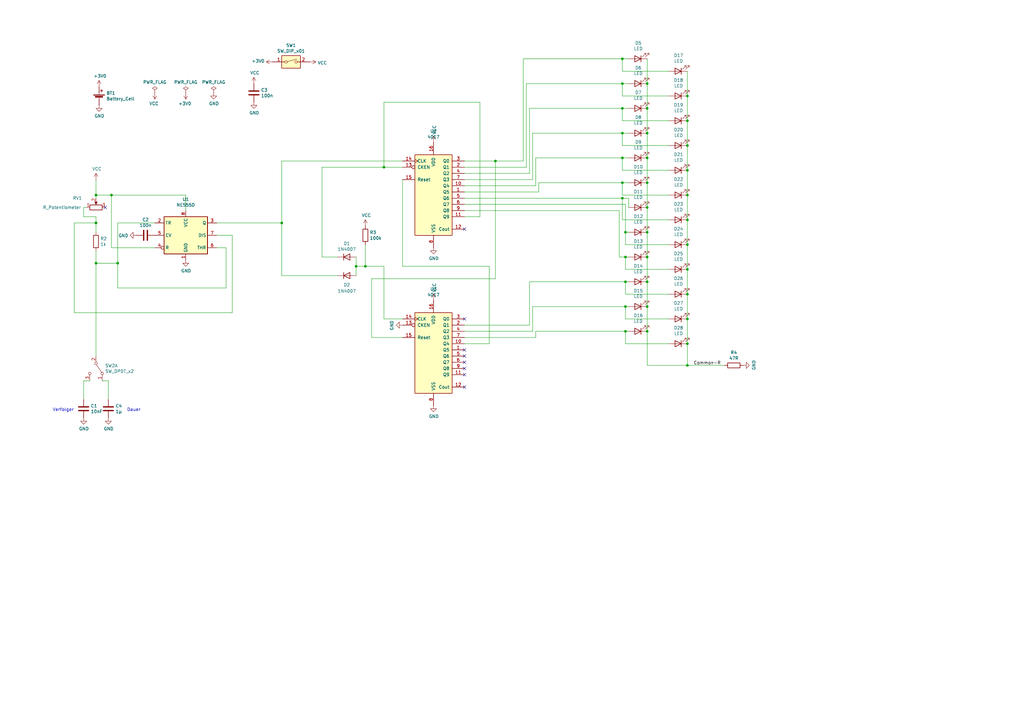
<source format=kicad_sch>
(kicad_sch (version 20211123) (generator eeschema)

  (uuid 6cfdc447-c3b5-4bd5-b994-af4ade29c86d)

  (paper "A3")

  (lib_symbols
    (symbol "4xxx:4017" (pin_names (offset 1.016)) (in_bom yes) (on_board yes)
      (property "Reference" "U" (id 0) (at -7.62 16.51 0)
        (effects (font (size 1.27 1.27)))
      )
      (property "Value" "4017" (id 1) (at -7.62 -19.05 0)
        (effects (font (size 1.27 1.27)))
      )
      (property "Footprint" "" (id 2) (at 0 0 0)
        (effects (font (size 1.27 1.27)) hide)
      )
      (property "Datasheet" "http://www.intersil.com/content/dam/Intersil/documents/cd40/cd4017bms-22bms.pdf" (id 3) (at 0 0 0)
        (effects (font (size 1.27 1.27)) hide)
      )
      (property "ki_locked" "" (id 4) (at 0 0 0)
        (effects (font (size 1.27 1.27)))
      )
      (property "ki_keywords" "CNT CNT10" (id 5) (at 0 0 0)
        (effects (font (size 1.27 1.27)) hide)
      )
      (property "ki_description" "Johnson Counter ( 10 outputs )" (id 6) (at 0 0 0)
        (effects (font (size 1.27 1.27)) hide)
      )
      (property "ki_fp_filters" "DIP?16*" (id 7) (at 0 0 0)
        (effects (font (size 1.27 1.27)) hide)
      )
      (symbol "4017_1_0"
        (pin output line (at 12.7 0 180) (length 5.08)
          (name "Q5" (effects (font (size 1.27 1.27))))
          (number "1" (effects (font (size 1.27 1.27))))
        )
        (pin output line (at 12.7 2.54 180) (length 5.08)
          (name "Q4" (effects (font (size 1.27 1.27))))
          (number "10" (effects (font (size 1.27 1.27))))
        )
        (pin output line (at 12.7 -10.16 180) (length 5.08)
          (name "Q9" (effects (font (size 1.27 1.27))))
          (number "11" (effects (font (size 1.27 1.27))))
        )
        (pin output line (at 12.7 -15.24 180) (length 5.08)
          (name "Cout" (effects (font (size 1.27 1.27))))
          (number "12" (effects (font (size 1.27 1.27))))
        )
        (pin input inverted (at -12.7 10.16 0) (length 5.08)
          (name "CKEN" (effects (font (size 1.27 1.27))))
          (number "13" (effects (font (size 1.27 1.27))))
        )
        (pin input clock (at -12.7 12.7 0) (length 5.08)
          (name "CLK" (effects (font (size 1.27 1.27))))
          (number "14" (effects (font (size 1.27 1.27))))
        )
        (pin input line (at -12.7 5.08 0) (length 5.08)
          (name "Reset" (effects (font (size 1.27 1.27))))
          (number "15" (effects (font (size 1.27 1.27))))
        )
        (pin power_in line (at 0 20.32 270) (length 5.08)
          (name "VDD" (effects (font (size 1.27 1.27))))
          (number "16" (effects (font (size 1.27 1.27))))
        )
        (pin output line (at 12.7 10.16 180) (length 5.08)
          (name "Q1" (effects (font (size 1.27 1.27))))
          (number "2" (effects (font (size 1.27 1.27))))
        )
        (pin output line (at 12.7 12.7 180) (length 5.08)
          (name "Q0" (effects (font (size 1.27 1.27))))
          (number "3" (effects (font (size 1.27 1.27))))
        )
        (pin output line (at 12.7 7.62 180) (length 5.08)
          (name "Q2" (effects (font (size 1.27 1.27))))
          (number "4" (effects (font (size 1.27 1.27))))
        )
        (pin output line (at 12.7 -2.54 180) (length 5.08)
          (name "Q6" (effects (font (size 1.27 1.27))))
          (number "5" (effects (font (size 1.27 1.27))))
        )
        (pin output line (at 12.7 -5.08 180) (length 5.08)
          (name "Q7" (effects (font (size 1.27 1.27))))
          (number "6" (effects (font (size 1.27 1.27))))
        )
        (pin output line (at 12.7 5.08 180) (length 5.08)
          (name "Q3" (effects (font (size 1.27 1.27))))
          (number "7" (effects (font (size 1.27 1.27))))
        )
        (pin power_in line (at 0 -22.86 90) (length 5.08)
          (name "VSS" (effects (font (size 1.27 1.27))))
          (number "8" (effects (font (size 1.27 1.27))))
        )
        (pin output line (at 12.7 -7.62 180) (length 5.08)
          (name "Q8" (effects (font (size 1.27 1.27))))
          (number "9" (effects (font (size 1.27 1.27))))
        )
      )
      (symbol "4017_1_1"
        (rectangle (start -7.62 15.24) (end 7.62 -17.78)
          (stroke (width 0.254) (type default) (color 0 0 0 0))
          (fill (type background))
        )
      )
    )
    (symbol "Device:Battery_Cell" (pin_numbers hide) (pin_names (offset 0) hide) (in_bom yes) (on_board yes)
      (property "Reference" "BT" (id 0) (at 2.54 2.54 0)
        (effects (font (size 1.27 1.27)) (justify left))
      )
      (property "Value" "Battery_Cell" (id 1) (at 2.54 0 0)
        (effects (font (size 1.27 1.27)) (justify left))
      )
      (property "Footprint" "" (id 2) (at 0 1.524 90)
        (effects (font (size 1.27 1.27)) hide)
      )
      (property "Datasheet" "~" (id 3) (at 0 1.524 90)
        (effects (font (size 1.27 1.27)) hide)
      )
      (property "ki_keywords" "battery cell" (id 4) (at 0 0 0)
        (effects (font (size 1.27 1.27)) hide)
      )
      (property "ki_description" "Single-cell battery" (id 5) (at 0 0 0)
        (effects (font (size 1.27 1.27)) hide)
      )
      (symbol "Battery_Cell_0_1"
        (rectangle (start -2.286 1.778) (end 2.286 1.524)
          (stroke (width 0) (type default) (color 0 0 0 0))
          (fill (type outline))
        )
        (rectangle (start -1.5748 1.1938) (end 1.4732 0.6858)
          (stroke (width 0) (type default) (color 0 0 0 0))
          (fill (type outline))
        )
        (polyline
          (pts
            (xy 0 0.762)
            (xy 0 0)
          )
          (stroke (width 0) (type default) (color 0 0 0 0))
          (fill (type none))
        )
        (polyline
          (pts
            (xy 0 1.778)
            (xy 0 2.54)
          )
          (stroke (width 0) (type default) (color 0 0 0 0))
          (fill (type none))
        )
        (polyline
          (pts
            (xy 0.508 3.429)
            (xy 1.524 3.429)
          )
          (stroke (width 0.254) (type default) (color 0 0 0 0))
          (fill (type none))
        )
        (polyline
          (pts
            (xy 1.016 3.937)
            (xy 1.016 2.921)
          )
          (stroke (width 0.254) (type default) (color 0 0 0 0))
          (fill (type none))
        )
      )
      (symbol "Battery_Cell_1_1"
        (pin passive line (at 0 5.08 270) (length 2.54)
          (name "+" (effects (font (size 1.27 1.27))))
          (number "1" (effects (font (size 1.27 1.27))))
        )
        (pin passive line (at 0 -2.54 90) (length 2.54)
          (name "-" (effects (font (size 1.27 1.27))))
          (number "2" (effects (font (size 1.27 1.27))))
        )
      )
    )
    (symbol "Device:C" (pin_numbers hide) (pin_names (offset 0.254)) (in_bom yes) (on_board yes)
      (property "Reference" "C" (id 0) (at 0.635 2.54 0)
        (effects (font (size 1.27 1.27)) (justify left))
      )
      (property "Value" "C" (id 1) (at 0.635 -2.54 0)
        (effects (font (size 1.27 1.27)) (justify left))
      )
      (property "Footprint" "" (id 2) (at 0.9652 -3.81 0)
        (effects (font (size 1.27 1.27)) hide)
      )
      (property "Datasheet" "~" (id 3) (at 0 0 0)
        (effects (font (size 1.27 1.27)) hide)
      )
      (property "ki_keywords" "cap capacitor" (id 4) (at 0 0 0)
        (effects (font (size 1.27 1.27)) hide)
      )
      (property "ki_description" "Unpolarized capacitor" (id 5) (at 0 0 0)
        (effects (font (size 1.27 1.27)) hide)
      )
      (property "ki_fp_filters" "C_*" (id 6) (at 0 0 0)
        (effects (font (size 1.27 1.27)) hide)
      )
      (symbol "C_0_1"
        (polyline
          (pts
            (xy -2.032 -0.762)
            (xy 2.032 -0.762)
          )
          (stroke (width 0.508) (type default) (color 0 0 0 0))
          (fill (type none))
        )
        (polyline
          (pts
            (xy -2.032 0.762)
            (xy 2.032 0.762)
          )
          (stroke (width 0.508) (type default) (color 0 0 0 0))
          (fill (type none))
        )
      )
      (symbol "C_1_1"
        (pin passive line (at 0 3.81 270) (length 2.794)
          (name "~" (effects (font (size 1.27 1.27))))
          (number "1" (effects (font (size 1.27 1.27))))
        )
        (pin passive line (at 0 -3.81 90) (length 2.794)
          (name "~" (effects (font (size 1.27 1.27))))
          (number "2" (effects (font (size 1.27 1.27))))
        )
      )
    )
    (symbol "Device:D" (pin_numbers hide) (pin_names (offset 1.016) hide) (in_bom yes) (on_board yes)
      (property "Reference" "D" (id 0) (at 0 2.54 0)
        (effects (font (size 1.27 1.27)))
      )
      (property "Value" "D" (id 1) (at 0 -2.54 0)
        (effects (font (size 1.27 1.27)))
      )
      (property "Footprint" "" (id 2) (at 0 0 0)
        (effects (font (size 1.27 1.27)) hide)
      )
      (property "Datasheet" "~" (id 3) (at 0 0 0)
        (effects (font (size 1.27 1.27)) hide)
      )
      (property "ki_keywords" "diode" (id 4) (at 0 0 0)
        (effects (font (size 1.27 1.27)) hide)
      )
      (property "ki_description" "Diode" (id 5) (at 0 0 0)
        (effects (font (size 1.27 1.27)) hide)
      )
      (property "ki_fp_filters" "TO-???* *_Diode_* *SingleDiode* D_*" (id 6) (at 0 0 0)
        (effects (font (size 1.27 1.27)) hide)
      )
      (symbol "D_0_1"
        (polyline
          (pts
            (xy -1.27 1.27)
            (xy -1.27 -1.27)
          )
          (stroke (width 0.254) (type default) (color 0 0 0 0))
          (fill (type none))
        )
        (polyline
          (pts
            (xy 1.27 0)
            (xy -1.27 0)
          )
          (stroke (width 0) (type default) (color 0 0 0 0))
          (fill (type none))
        )
        (polyline
          (pts
            (xy 1.27 1.27)
            (xy 1.27 -1.27)
            (xy -1.27 0)
            (xy 1.27 1.27)
          )
          (stroke (width 0.254) (type default) (color 0 0 0 0))
          (fill (type none))
        )
      )
      (symbol "D_1_1"
        (pin passive line (at -3.81 0 0) (length 2.54)
          (name "K" (effects (font (size 1.27 1.27))))
          (number "1" (effects (font (size 1.27 1.27))))
        )
        (pin passive line (at 3.81 0 180) (length 2.54)
          (name "A" (effects (font (size 1.27 1.27))))
          (number "2" (effects (font (size 1.27 1.27))))
        )
      )
    )
    (symbol "Device:LED" (pin_numbers hide) (pin_names (offset 1.016) hide) (in_bom yes) (on_board yes)
      (property "Reference" "D" (id 0) (at 0 2.54 0)
        (effects (font (size 1.27 1.27)))
      )
      (property "Value" "LED" (id 1) (at 0 -2.54 0)
        (effects (font (size 1.27 1.27)))
      )
      (property "Footprint" "" (id 2) (at 0 0 0)
        (effects (font (size 1.27 1.27)) hide)
      )
      (property "Datasheet" "~" (id 3) (at 0 0 0)
        (effects (font (size 1.27 1.27)) hide)
      )
      (property "ki_keywords" "LED diode" (id 4) (at 0 0 0)
        (effects (font (size 1.27 1.27)) hide)
      )
      (property "ki_description" "Light emitting diode" (id 5) (at 0 0 0)
        (effects (font (size 1.27 1.27)) hide)
      )
      (property "ki_fp_filters" "LED* LED_SMD:* LED_THT:*" (id 6) (at 0 0 0)
        (effects (font (size 1.27 1.27)) hide)
      )
      (symbol "LED_0_1"
        (polyline
          (pts
            (xy -1.27 -1.27)
            (xy -1.27 1.27)
          )
          (stroke (width 0.254) (type default) (color 0 0 0 0))
          (fill (type none))
        )
        (polyline
          (pts
            (xy -1.27 0)
            (xy 1.27 0)
          )
          (stroke (width 0) (type default) (color 0 0 0 0))
          (fill (type none))
        )
        (polyline
          (pts
            (xy 1.27 -1.27)
            (xy 1.27 1.27)
            (xy -1.27 0)
            (xy 1.27 -1.27)
          )
          (stroke (width 0.254) (type default) (color 0 0 0 0))
          (fill (type none))
        )
        (polyline
          (pts
            (xy -3.048 -0.762)
            (xy -4.572 -2.286)
            (xy -3.81 -2.286)
            (xy -4.572 -2.286)
            (xy -4.572 -1.524)
          )
          (stroke (width 0) (type default) (color 0 0 0 0))
          (fill (type none))
        )
        (polyline
          (pts
            (xy -1.778 -0.762)
            (xy -3.302 -2.286)
            (xy -2.54 -2.286)
            (xy -3.302 -2.286)
            (xy -3.302 -1.524)
          )
          (stroke (width 0) (type default) (color 0 0 0 0))
          (fill (type none))
        )
      )
      (symbol "LED_1_1"
        (pin passive line (at -3.81 0 0) (length 2.54)
          (name "K" (effects (font (size 1.27 1.27))))
          (number "1" (effects (font (size 1.27 1.27))))
        )
        (pin passive line (at 3.81 0 180) (length 2.54)
          (name "A" (effects (font (size 1.27 1.27))))
          (number "2" (effects (font (size 1.27 1.27))))
        )
      )
    )
    (symbol "Device:R" (pin_numbers hide) (pin_names (offset 0)) (in_bom yes) (on_board yes)
      (property "Reference" "R" (id 0) (at 2.032 0 90)
        (effects (font (size 1.27 1.27)))
      )
      (property "Value" "R" (id 1) (at 0 0 90)
        (effects (font (size 1.27 1.27)))
      )
      (property "Footprint" "" (id 2) (at -1.778 0 90)
        (effects (font (size 1.27 1.27)) hide)
      )
      (property "Datasheet" "~" (id 3) (at 0 0 0)
        (effects (font (size 1.27 1.27)) hide)
      )
      (property "ki_keywords" "R res resistor" (id 4) (at 0 0 0)
        (effects (font (size 1.27 1.27)) hide)
      )
      (property "ki_description" "Resistor" (id 5) (at 0 0 0)
        (effects (font (size 1.27 1.27)) hide)
      )
      (property "ki_fp_filters" "R_*" (id 6) (at 0 0 0)
        (effects (font (size 1.27 1.27)) hide)
      )
      (symbol "R_0_1"
        (rectangle (start -1.016 -2.54) (end 1.016 2.54)
          (stroke (width 0.254) (type default) (color 0 0 0 0))
          (fill (type none))
        )
      )
      (symbol "R_1_1"
        (pin passive line (at 0 3.81 270) (length 1.27)
          (name "~" (effects (font (size 1.27 1.27))))
          (number "1" (effects (font (size 1.27 1.27))))
        )
        (pin passive line (at 0 -3.81 90) (length 1.27)
          (name "~" (effects (font (size 1.27 1.27))))
          (number "2" (effects (font (size 1.27 1.27))))
        )
      )
    )
    (symbol "Device:R_Potentiometer" (pin_names (offset 1.016) hide) (in_bom yes) (on_board yes)
      (property "Reference" "RV" (id 0) (at -4.445 0 90)
        (effects (font (size 1.27 1.27)))
      )
      (property "Value" "R_Potentiometer" (id 1) (at -2.54 0 90)
        (effects (font (size 1.27 1.27)))
      )
      (property "Footprint" "" (id 2) (at 0 0 0)
        (effects (font (size 1.27 1.27)) hide)
      )
      (property "Datasheet" "~" (id 3) (at 0 0 0)
        (effects (font (size 1.27 1.27)) hide)
      )
      (property "ki_keywords" "resistor variable" (id 4) (at 0 0 0)
        (effects (font (size 1.27 1.27)) hide)
      )
      (property "ki_description" "Potentiometer" (id 5) (at 0 0 0)
        (effects (font (size 1.27 1.27)) hide)
      )
      (property "ki_fp_filters" "Potentiometer*" (id 6) (at 0 0 0)
        (effects (font (size 1.27 1.27)) hide)
      )
      (symbol "R_Potentiometer_0_1"
        (polyline
          (pts
            (xy 2.54 0)
            (xy 1.524 0)
          )
          (stroke (width 0) (type default) (color 0 0 0 0))
          (fill (type none))
        )
        (polyline
          (pts
            (xy 1.143 0)
            (xy 2.286 0.508)
            (xy 2.286 -0.508)
            (xy 1.143 0)
          )
          (stroke (width 0) (type default) (color 0 0 0 0))
          (fill (type outline))
        )
        (rectangle (start 1.016 2.54) (end -1.016 -2.54)
          (stroke (width 0.254) (type default) (color 0 0 0 0))
          (fill (type none))
        )
      )
      (symbol "R_Potentiometer_1_1"
        (pin passive line (at 0 3.81 270) (length 1.27)
          (name "1" (effects (font (size 1.27 1.27))))
          (number "1" (effects (font (size 1.27 1.27))))
        )
        (pin passive line (at 3.81 0 180) (length 1.27)
          (name "2" (effects (font (size 1.27 1.27))))
          (number "2" (effects (font (size 1.27 1.27))))
        )
        (pin passive line (at 0 -3.81 90) (length 1.27)
          (name "3" (effects (font (size 1.27 1.27))))
          (number "3" (effects (font (size 1.27 1.27))))
        )
      )
    )
    (symbol "Switch:SW_DIP_x01" (pin_names (offset 0) hide) (in_bom yes) (on_board yes)
      (property "Reference" "SW" (id 0) (at 0 3.81 0)
        (effects (font (size 1.27 1.27)))
      )
      (property "Value" "SW_DIP_x01" (id 1) (at 0 -3.81 0)
        (effects (font (size 1.27 1.27)))
      )
      (property "Footprint" "" (id 2) (at 0 0 0)
        (effects (font (size 1.27 1.27)) hide)
      )
      (property "Datasheet" "~" (id 3) (at 0 0 0)
        (effects (font (size 1.27 1.27)) hide)
      )
      (property "ki_keywords" "dip switch" (id 4) (at 0 0 0)
        (effects (font (size 1.27 1.27)) hide)
      )
      (property "ki_description" "1x DIP Switch, Single Pole Single Throw (SPST) switch, small symbol" (id 5) (at 0 0 0)
        (effects (font (size 1.27 1.27)) hide)
      )
      (property "ki_fp_filters" "SW?DIP?x1*" (id 6) (at 0 0 0)
        (effects (font (size 1.27 1.27)) hide)
      )
      (symbol "SW_DIP_x01_0_0"
        (circle (center -2.032 0) (radius 0.508)
          (stroke (width 0) (type default) (color 0 0 0 0))
          (fill (type none))
        )
        (polyline
          (pts
            (xy -1.524 0.127)
            (xy 2.3622 1.1684)
          )
          (stroke (width 0) (type default) (color 0 0 0 0))
          (fill (type none))
        )
        (circle (center 2.032 0) (radius 0.508)
          (stroke (width 0) (type default) (color 0 0 0 0))
          (fill (type none))
        )
      )
      (symbol "SW_DIP_x01_0_1"
        (rectangle (start -3.81 2.54) (end 3.81 -2.54)
          (stroke (width 0.254) (type default) (color 0 0 0 0))
          (fill (type background))
        )
      )
      (symbol "SW_DIP_x01_1_1"
        (pin passive line (at -7.62 0 0) (length 5.08)
          (name "~" (effects (font (size 1.27 1.27))))
          (number "1" (effects (font (size 1.27 1.27))))
        )
        (pin passive line (at 7.62 0 180) (length 5.08)
          (name "~" (effects (font (size 1.27 1.27))))
          (number "2" (effects (font (size 1.27 1.27))))
        )
      )
    )
    (symbol "Switch:SW_DPDT_x2" (pin_names (offset 0) hide) (in_bom yes) (on_board yes)
      (property "Reference" "SW" (id 0) (at 0 4.318 0)
        (effects (font (size 1.27 1.27)))
      )
      (property "Value" "SW_DPDT_x2" (id 1) (at 0 -5.08 0)
        (effects (font (size 1.27 1.27)))
      )
      (property "Footprint" "" (id 2) (at 0 0 0)
        (effects (font (size 1.27 1.27)) hide)
      )
      (property "Datasheet" "~" (id 3) (at 0 0 0)
        (effects (font (size 1.27 1.27)) hide)
      )
      (property "ki_keywords" "switch dual-pole double-throw DPDT spdt ON-ON" (id 4) (at 0 0 0)
        (effects (font (size 1.27 1.27)) hide)
      )
      (property "ki_description" "Switch, dual pole double throw, separate symbols" (id 5) (at 0 0 0)
        (effects (font (size 1.27 1.27)) hide)
      )
      (property "ki_fp_filters" "SW*DPDT*" (id 6) (at 0 0 0)
        (effects (font (size 1.27 1.27)) hide)
      )
      (symbol "SW_DPDT_x2_0_0"
        (circle (center -2.032 0) (radius 0.508)
          (stroke (width 0) (type default) (color 0 0 0 0))
          (fill (type none))
        )
        (circle (center 2.032 -2.54) (radius 0.508)
          (stroke (width 0) (type default) (color 0 0 0 0))
          (fill (type none))
        )
      )
      (symbol "SW_DPDT_x2_0_1"
        (polyline
          (pts
            (xy -1.524 0.254)
            (xy 1.651 2.286)
          )
          (stroke (width 0) (type default) (color 0 0 0 0))
          (fill (type none))
        )
        (circle (center 2.032 2.54) (radius 0.508)
          (stroke (width 0) (type default) (color 0 0 0 0))
          (fill (type none))
        )
      )
      (symbol "SW_DPDT_x2_1_1"
        (pin passive line (at 5.08 2.54 180) (length 2.54)
          (name "A" (effects (font (size 1.27 1.27))))
          (number "1" (effects (font (size 1.27 1.27))))
        )
        (pin passive line (at -5.08 0 0) (length 2.54)
          (name "B" (effects (font (size 1.27 1.27))))
          (number "2" (effects (font (size 1.27 1.27))))
        )
        (pin passive line (at 5.08 -2.54 180) (length 2.54)
          (name "C" (effects (font (size 1.27 1.27))))
          (number "3" (effects (font (size 1.27 1.27))))
        )
      )
      (symbol "SW_DPDT_x2_2_1"
        (pin passive line (at 5.08 2.54 180) (length 2.54)
          (name "A" (effects (font (size 1.27 1.27))))
          (number "4" (effects (font (size 1.27 1.27))))
        )
        (pin passive line (at -5.08 0 0) (length 2.54)
          (name "B" (effects (font (size 1.27 1.27))))
          (number "5" (effects (font (size 1.27 1.27))))
        )
        (pin passive line (at 5.08 -2.54 180) (length 2.54)
          (name "C" (effects (font (size 1.27 1.27))))
          (number "6" (effects (font (size 1.27 1.27))))
        )
      )
    )
    (symbol "Timer:NE555D" (in_bom yes) (on_board yes)
      (property "Reference" "U" (id 0) (at -10.16 8.89 0)
        (effects (font (size 1.27 1.27)) (justify left))
      )
      (property "Value" "NE555D" (id 1) (at 2.54 8.89 0)
        (effects (font (size 1.27 1.27)) (justify left))
      )
      (property "Footprint" "Package_SO:SOIC-8_3.9x4.9mm_P1.27mm" (id 2) (at 21.59 -10.16 0)
        (effects (font (size 1.27 1.27)) hide)
      )
      (property "Datasheet" "http://www.ti.com/lit/ds/symlink/ne555.pdf" (id 3) (at 21.59 -10.16 0)
        (effects (font (size 1.27 1.27)) hide)
      )
      (property "ki_keywords" "single timer 555" (id 4) (at 0 0 0)
        (effects (font (size 1.27 1.27)) hide)
      )
      (property "ki_description" "Precision Timers, 555 compatible, SOIC-8" (id 5) (at 0 0 0)
        (effects (font (size 1.27 1.27)) hide)
      )
      (property "ki_fp_filters" "SOIC*3.9x4.9mm*P1.27mm*" (id 6) (at 0 0 0)
        (effects (font (size 1.27 1.27)) hide)
      )
      (symbol "NE555D_0_0"
        (pin power_in line (at 0 -10.16 90) (length 2.54)
          (name "GND" (effects (font (size 1.27 1.27))))
          (number "1" (effects (font (size 1.27 1.27))))
        )
        (pin power_in line (at 0 10.16 270) (length 2.54)
          (name "VCC" (effects (font (size 1.27 1.27))))
          (number "8" (effects (font (size 1.27 1.27))))
        )
      )
      (symbol "NE555D_0_1"
        (rectangle (start -8.89 -7.62) (end 8.89 7.62)
          (stroke (width 0.254) (type default) (color 0 0 0 0))
          (fill (type background))
        )
        (rectangle (start -8.89 -7.62) (end 8.89 7.62)
          (stroke (width 0.254) (type default) (color 0 0 0 0))
          (fill (type background))
        )
      )
      (symbol "NE555D_1_1"
        (pin input line (at -12.7 5.08 0) (length 3.81)
          (name "TR" (effects (font (size 1.27 1.27))))
          (number "2" (effects (font (size 1.27 1.27))))
        )
        (pin output line (at 12.7 5.08 180) (length 3.81)
          (name "Q" (effects (font (size 1.27 1.27))))
          (number "3" (effects (font (size 1.27 1.27))))
        )
        (pin input inverted (at -12.7 -5.08 0) (length 3.81)
          (name "R" (effects (font (size 1.27 1.27))))
          (number "4" (effects (font (size 1.27 1.27))))
        )
        (pin input line (at -12.7 0 0) (length 3.81)
          (name "CV" (effects (font (size 1.27 1.27))))
          (number "5" (effects (font (size 1.27 1.27))))
        )
        (pin input line (at 12.7 -5.08 180) (length 3.81)
          (name "THR" (effects (font (size 1.27 1.27))))
          (number "6" (effects (font (size 1.27 1.27))))
        )
        (pin input line (at 12.7 0 180) (length 3.81)
          (name "DIS" (effects (font (size 1.27 1.27))))
          (number "7" (effects (font (size 1.27 1.27))))
        )
      )
    )
    (symbol "power:+3V0" (power) (pin_names (offset 0)) (in_bom yes) (on_board yes)
      (property "Reference" "#PWR" (id 0) (at 0 -3.81 0)
        (effects (font (size 1.27 1.27)) hide)
      )
      (property "Value" "+3V0" (id 1) (at 0 3.556 0)
        (effects (font (size 1.27 1.27)))
      )
      (property "Footprint" "" (id 2) (at 0 0 0)
        (effects (font (size 1.27 1.27)) hide)
      )
      (property "Datasheet" "" (id 3) (at 0 0 0)
        (effects (font (size 1.27 1.27)) hide)
      )
      (property "ki_keywords" "power-flag" (id 4) (at 0 0 0)
        (effects (font (size 1.27 1.27)) hide)
      )
      (property "ki_description" "Power symbol creates a global label with name \"+3V0\"" (id 5) (at 0 0 0)
        (effects (font (size 1.27 1.27)) hide)
      )
      (symbol "+3V0_0_1"
        (polyline
          (pts
            (xy -0.762 1.27)
            (xy 0 2.54)
          )
          (stroke (width 0) (type default) (color 0 0 0 0))
          (fill (type none))
        )
        (polyline
          (pts
            (xy 0 0)
            (xy 0 2.54)
          )
          (stroke (width 0) (type default) (color 0 0 0 0))
          (fill (type none))
        )
        (polyline
          (pts
            (xy 0 2.54)
            (xy 0.762 1.27)
          )
          (stroke (width 0) (type default) (color 0 0 0 0))
          (fill (type none))
        )
      )
      (symbol "+3V0_1_1"
        (pin power_in line (at 0 0 90) (length 0) hide
          (name "+3V0" (effects (font (size 1.27 1.27))))
          (number "1" (effects (font (size 1.27 1.27))))
        )
      )
    )
    (symbol "power:GND" (power) (pin_names (offset 0)) (in_bom yes) (on_board yes)
      (property "Reference" "#PWR" (id 0) (at 0 -6.35 0)
        (effects (font (size 1.27 1.27)) hide)
      )
      (property "Value" "GND" (id 1) (at 0 -3.81 0)
        (effects (font (size 1.27 1.27)))
      )
      (property "Footprint" "" (id 2) (at 0 0 0)
        (effects (font (size 1.27 1.27)) hide)
      )
      (property "Datasheet" "" (id 3) (at 0 0 0)
        (effects (font (size 1.27 1.27)) hide)
      )
      (property "ki_keywords" "power-flag" (id 4) (at 0 0 0)
        (effects (font (size 1.27 1.27)) hide)
      )
      (property "ki_description" "Power symbol creates a global label with name \"GND\" , ground" (id 5) (at 0 0 0)
        (effects (font (size 1.27 1.27)) hide)
      )
      (symbol "GND_0_1"
        (polyline
          (pts
            (xy 0 0)
            (xy 0 -1.27)
            (xy 1.27 -1.27)
            (xy 0 -2.54)
            (xy -1.27 -1.27)
            (xy 0 -1.27)
          )
          (stroke (width 0) (type default) (color 0 0 0 0))
          (fill (type none))
        )
      )
      (symbol "GND_1_1"
        (pin power_in line (at 0 0 270) (length 0) hide
          (name "GND" (effects (font (size 1.27 1.27))))
          (number "1" (effects (font (size 1.27 1.27))))
        )
      )
    )
    (symbol "power:PWR_FLAG" (power) (pin_numbers hide) (pin_names (offset 0) hide) (in_bom yes) (on_board yes)
      (property "Reference" "#FLG" (id 0) (at 0 1.905 0)
        (effects (font (size 1.27 1.27)) hide)
      )
      (property "Value" "PWR_FLAG" (id 1) (at 0 3.81 0)
        (effects (font (size 1.27 1.27)))
      )
      (property "Footprint" "" (id 2) (at 0 0 0)
        (effects (font (size 1.27 1.27)) hide)
      )
      (property "Datasheet" "~" (id 3) (at 0 0 0)
        (effects (font (size 1.27 1.27)) hide)
      )
      (property "ki_keywords" "power-flag" (id 4) (at 0 0 0)
        (effects (font (size 1.27 1.27)) hide)
      )
      (property "ki_description" "Special symbol for telling ERC where power comes from" (id 5) (at 0 0 0)
        (effects (font (size 1.27 1.27)) hide)
      )
      (symbol "PWR_FLAG_0_0"
        (pin power_out line (at 0 0 90) (length 0)
          (name "pwr" (effects (font (size 1.27 1.27))))
          (number "1" (effects (font (size 1.27 1.27))))
        )
      )
      (symbol "PWR_FLAG_0_1"
        (polyline
          (pts
            (xy 0 0)
            (xy 0 1.27)
            (xy -1.016 1.905)
            (xy 0 2.54)
            (xy 1.016 1.905)
            (xy 0 1.27)
          )
          (stroke (width 0) (type default) (color 0 0 0 0))
          (fill (type none))
        )
      )
    )
    (symbol "power:VCC" (power) (pin_names (offset 0)) (in_bom yes) (on_board yes)
      (property "Reference" "#PWR" (id 0) (at 0 -3.81 0)
        (effects (font (size 1.27 1.27)) hide)
      )
      (property "Value" "VCC" (id 1) (at 0 3.81 0)
        (effects (font (size 1.27 1.27)))
      )
      (property "Footprint" "" (id 2) (at 0 0 0)
        (effects (font (size 1.27 1.27)) hide)
      )
      (property "Datasheet" "" (id 3) (at 0 0 0)
        (effects (font (size 1.27 1.27)) hide)
      )
      (property "ki_keywords" "power-flag" (id 4) (at 0 0 0)
        (effects (font (size 1.27 1.27)) hide)
      )
      (property "ki_description" "Power symbol creates a global label with name \"VCC\"" (id 5) (at 0 0 0)
        (effects (font (size 1.27 1.27)) hide)
      )
      (symbol "VCC_0_1"
        (polyline
          (pts
            (xy -0.762 1.27)
            (xy 0 2.54)
          )
          (stroke (width 0) (type default) (color 0 0 0 0))
          (fill (type none))
        )
        (polyline
          (pts
            (xy 0 0)
            (xy 0 2.54)
          )
          (stroke (width 0) (type default) (color 0 0 0 0))
          (fill (type none))
        )
        (polyline
          (pts
            (xy 0 2.54)
            (xy 0.762 1.27)
          )
          (stroke (width 0) (type default) (color 0 0 0 0))
          (fill (type none))
        )
      )
      (symbol "VCC_1_1"
        (pin power_in line (at 0 0 90) (length 0) hide
          (name "VCC" (effects (font (size 1.27 1.27))))
          (number "1" (effects (font (size 1.27 1.27))))
        )
      )
    )
  )

  (junction (at 265.43 135.89) (diameter 0) (color 0 0 0 0)
    (uuid 0147fdd9-b62c-48e0-9bff-9b97eb275191)
  )
  (junction (at 265.43 74.93) (diameter 0) (color 0 0 0 0)
    (uuid 109002e8-5f49-43b8-8916-25b4385b7bbf)
  )
  (junction (at 255.27 64.77) (diameter 0) (color 0 0 0 0)
    (uuid 1b6309ef-f440-468f-adf9-db5406c87ae4)
  )
  (junction (at 255.27 81.28) (diameter 0) (color 0 0 0 0)
    (uuid 1f19fad7-546c-491c-85cd-ecd01e4498dc)
  )
  (junction (at 256.54 105.41) (diameter 0) (color 0 0 0 0)
    (uuid 2146b588-42b2-4e6d-a787-0bc4fa03813c)
  )
  (junction (at 281.94 110.49) (diameter 0) (color 0 0 0 0)
    (uuid 233506b6-83f6-48ea-b5ec-d5ab45c76bfe)
  )
  (junction (at 255.27 54.61) (diameter 0) (color 0 0 0 0)
    (uuid 2457bd1b-a5de-4eb0-85f8-1cc8557e1f28)
  )
  (junction (at 281.94 149.86) (diameter 0) (color 0 0 0 0)
    (uuid 2af22420-5e93-45ef-bcde-70a2339890ec)
  )
  (junction (at 255.27 24.13) (diameter 0) (color 0 0 0 0)
    (uuid 2c9513c5-ee50-4f41-9c84-5125183d10be)
  )
  (junction (at 265.43 54.61) (diameter 0) (color 0 0 0 0)
    (uuid 2ce01c64-a222-4dfb-b6db-8bca928635b6)
  )
  (junction (at 39.37 91.44) (diameter 0) (color 0 0 0 0)
    (uuid 3c432add-10c5-420c-af78-c0c383f49355)
  )
  (junction (at 203.2 66.04) (diameter 0) (color 0 0 0 0)
    (uuid 41e57946-8774-4fc6-999b-4b98bc5d3325)
  )
  (junction (at 281.94 59.69) (diameter 0) (color 0 0 0 0)
    (uuid 45bf355f-5d51-4e9f-b55c-9eb22b49b0ff)
  )
  (junction (at 146.05 109.22) (diameter 0) (color 0 0 0 0)
    (uuid 4f4a5865-98eb-4e9d-b3a2-d01e71e71903)
  )
  (junction (at 265.43 95.25) (diameter 0) (color 0 0 0 0)
    (uuid 5a2356c5-8b68-4941-97f7-893f8928df83)
  )
  (junction (at 256.54 135.89) (diameter 0) (color 0 0 0 0)
    (uuid 5d9bdb3f-e7e0-4fc1-9cd9-9682ffaacc0a)
  )
  (junction (at 256.54 115.57) (diameter 0) (color 0 0 0 0)
    (uuid 6800ff17-30cc-4bb9-9c53-d3ae0c5e2993)
  )
  (junction (at 256.54 125.73) (diameter 0) (color 0 0 0 0)
    (uuid 76e0ed15-43ed-4620-a71e-609fcfee0d6b)
  )
  (junction (at 265.43 34.29) (diameter 0) (color 0 0 0 0)
    (uuid 7a39eda1-b827-470c-aa01-7bbc89f56ac8)
  )
  (junction (at 281.94 130.81) (diameter 0) (color 0 0 0 0)
    (uuid 7ba2d4f4-0119-4ae8-ab9f-7e947e63d7dc)
  )
  (junction (at 39.37 80.01) (diameter 0) (color 0 0 0 0)
    (uuid 7bf4d889-0bc2-4eb3-a8d8-0e9e13fb8870)
  )
  (junction (at 157.48 68.58) (diameter 0) (color 0 0 0 0)
    (uuid 82744b06-8c20-4b13-bd33-8ebe9547be7e)
  )
  (junction (at 256.54 95.25) (diameter 0) (color 0 0 0 0)
    (uuid 8290fa0c-b3dc-49bd-a499-8d3ceb1479af)
  )
  (junction (at 281.94 80.01) (diameter 0) (color 0 0 0 0)
    (uuid 888d2cb4-3b64-42a8-9a6a-38a1e4b91f37)
  )
  (junction (at 281.94 39.37) (diameter 0) (color 0 0 0 0)
    (uuid 8c64a6ba-77e4-4fd7-a84a-f7f160820dc3)
  )
  (junction (at 45.72 80.01) (diameter 0) (color 0 0 0 0)
    (uuid 98f70962-a6f7-4f3a-bea1-c5b3e041b7ec)
  )
  (junction (at 48.26 107.95) (diameter 0) (color 0 0 0 0)
    (uuid 9f3bce4a-1ed2-4ded-a14a-0f794b62e564)
  )
  (junction (at 281.94 90.17) (diameter 0) (color 0 0 0 0)
    (uuid a769ca0a-b953-4b20-b018-58f2d9c6ef7b)
  )
  (junction (at 281.94 49.53) (diameter 0) (color 0 0 0 0)
    (uuid a83c8f77-2836-4abb-b2d7-6539aadf1d2c)
  )
  (junction (at 265.43 44.45) (diameter 0) (color 0 0 0 0)
    (uuid a8cdcd06-8253-4087-8634-1b107e2aeb44)
  )
  (junction (at 265.43 105.41) (diameter 0) (color 0 0 0 0)
    (uuid ad077fad-2d70-43db-93c8-15330606a120)
  )
  (junction (at 255.27 44.45) (diameter 0) (color 0 0 0 0)
    (uuid b867d254-7709-442f-8809-2390e3c2cc61)
  )
  (junction (at 255.27 74.93) (diameter 0) (color 0 0 0 0)
    (uuid bce54fbb-f71f-4799-a0ca-a1abce8c0f2b)
  )
  (junction (at 281.94 100.33) (diameter 0) (color 0 0 0 0)
    (uuid bd2d079b-0b5f-4b9a-bc89-f69b18c10cd7)
  )
  (junction (at 149.86 109.22) (diameter 0) (color 0 0 0 0)
    (uuid c7de0fe1-3ba9-4e47-a49a-4225761baff0)
  )
  (junction (at 115.57 91.44) (diameter 0) (color 0 0 0 0)
    (uuid cd67e1b1-71be-4961-87b7-91982e3a2cf0)
  )
  (junction (at 39.37 107.95) (diameter 0) (color 0 0 0 0)
    (uuid d0b70a11-7b6d-43b4-a3db-a645aa4bac77)
  )
  (junction (at 281.94 69.85) (diameter 0) (color 0 0 0 0)
    (uuid d5fc8770-3dcf-4530-94b5-e737de574378)
  )
  (junction (at 265.43 64.77) (diameter 0) (color 0 0 0 0)
    (uuid dbc67519-6a3d-427f-a540-cd685a691f4b)
  )
  (junction (at 281.94 140.97) (diameter 0) (color 0 0 0 0)
    (uuid ddbb7870-afc8-4a01-9f28-fc370d1e4ec6)
  )
  (junction (at 265.43 125.73) (diameter 0) (color 0 0 0 0)
    (uuid e38d3759-6266-4a28-97c6-81dada381aae)
  )
  (junction (at 265.43 85.09) (diameter 0) (color 0 0 0 0)
    (uuid e4200671-2541-4578-8c66-34a5854f861a)
  )
  (junction (at 255.27 34.29) (diameter 0) (color 0 0 0 0)
    (uuid e6ce77f5-e3c9-405d-a914-09743a2abf97)
  )
  (junction (at 281.94 120.65) (diameter 0) (color 0 0 0 0)
    (uuid e8fd2f58-3f23-45db-8054-a973a4e57fff)
  )
  (junction (at 265.43 115.57) (diameter 0) (color 0 0 0 0)
    (uuid edbe65db-929f-4026-8bda-03f2640fd818)
  )

  (no_connect (at 190.5 93.98) (uuid 1c9b9917-c1cf-4646-add2-6e69c573e742))
  (no_connect (at 190.5 158.75) (uuid 1ebd6b54-7fb8-40e2-9b27-941d4ef79bb4))
  (no_connect (at 43.18 85.09) (uuid 4393969c-8f39-4ac3-9b5b-cfc0c78f4823))
  (no_connect (at 190.5 153.67) (uuid 63b92980-e614-4bd5-835f-d7b6c13a0562))
  (no_connect (at 190.5 143.51) (uuid 7dfdf816-c458-4ed5-9ee4-f3bcb4d1caa8))
  (no_connect (at 190.5 130.81) (uuid 807df5db-379a-4d01-b295-0cfd0d1502cf))
  (no_connect (at 190.5 151.13) (uuid e7498029-9950-417c-8d6a-a9c6f2939aeb))
  (no_connect (at 190.5 146.05) (uuid e77179c1-6fd6-4c2e-a3e6-d7b8b6deb6dc))
  (no_connect (at 190.5 148.59) (uuid e778943c-74de-4514-aae4-c75593e81f26))

  (wire (pts (xy 115.57 113.03) (xy 138.43 113.03))
    (stroke (width 0) (type default) (color 0 0 0 0))
    (uuid 0285658d-5b3b-413f-8c08-b3a0dd2a4b10)
  )
  (wire (pts (xy 255.27 54.61) (xy 257.81 54.61))
    (stroke (width 0) (type default) (color 0 0 0 0))
    (uuid 0360f6f4-d6fd-49bc-8d59-de986ab7124c)
  )
  (wire (pts (xy 255.27 74.93) (xy 257.81 74.93))
    (stroke (width 0) (type default) (color 0 0 0 0))
    (uuid 041ceb2f-a4f8-4500-b875-4dd97c690864)
  )
  (wire (pts (xy 190.5 73.66) (xy 218.44 73.66))
    (stroke (width 0) (type default) (color 0 0 0 0))
    (uuid 0557d091-3e24-4367-8e53-3c1f48f3388c)
  )
  (wire (pts (xy 281.94 100.33) (xy 281.94 90.17))
    (stroke (width 0) (type default) (color 0 0 0 0))
    (uuid 076b54b8-a23c-4f4d-9d62-fa3c60dc5b01)
  )
  (wire (pts (xy 255.27 24.13) (xy 255.27 29.21))
    (stroke (width 0) (type default) (color 0 0 0 0))
    (uuid 0ef7834d-869a-439f-90ac-5d5661ed5b97)
  )
  (wire (pts (xy 92.71 101.6) (xy 88.9 101.6))
    (stroke (width 0) (type default) (color 0 0 0 0))
    (uuid 1021630a-b63c-4df7-ab96-e0590cf542fd)
  )
  (wire (pts (xy 255.27 69.85) (xy 274.32 69.85))
    (stroke (width 0) (type default) (color 0 0 0 0))
    (uuid 14956026-cd37-4465-8155-2bafe22ab124)
  )
  (wire (pts (xy 48.26 91.44) (xy 48.26 107.95))
    (stroke (width 0) (type default) (color 0 0 0 0))
    (uuid 1512e4ca-7265-4dd4-b633-623468834385)
  )
  (wire (pts (xy 256.54 100.33) (xy 274.32 100.33))
    (stroke (width 0) (type default) (color 0 0 0 0))
    (uuid 167be3cb-85a1-44c0-b695-c767c5f01aa2)
  )
  (wire (pts (xy 203.2 66.04) (xy 214.63 66.04))
    (stroke (width 0) (type default) (color 0 0 0 0))
    (uuid 1986d247-4269-4f6f-8a87-70f60e433d73)
  )
  (wire (pts (xy 215.9 68.58) (xy 215.9 34.29))
    (stroke (width 0) (type default) (color 0 0 0 0))
    (uuid 1a1b8f07-e66a-44fd-a6e9-750d68afbeeb)
  )
  (wire (pts (xy 190.5 140.97) (xy 200.66 140.97))
    (stroke (width 0) (type default) (color 0 0 0 0))
    (uuid 1b634cfc-59f7-492b-9954-313fb640bae4)
  )
  (wire (pts (xy 281.94 140.97) (xy 281.94 149.86))
    (stroke (width 0) (type default) (color 0 0 0 0))
    (uuid 1cf99f2b-efec-4073-b703-111fef8cdad7)
  )
  (wire (pts (xy 265.43 125.73) (xy 265.43 135.89))
    (stroke (width 0) (type default) (color 0 0 0 0))
    (uuid 1e7cb531-9612-4fab-b3cc-44c38f565e98)
  )
  (wire (pts (xy 256.54 125.73) (xy 257.81 125.73))
    (stroke (width 0) (type default) (color 0 0 0 0))
    (uuid 1f68dee4-02e1-494d-b0c3-2df45f85821d)
  )
  (wire (pts (xy 254 86.36) (xy 254 105.41))
    (stroke (width 0) (type default) (color 0 0 0 0))
    (uuid 20dee881-af64-4316-8b93-f4b0c1390dae)
  )
  (wire (pts (xy 146.05 109.22) (xy 146.05 113.03))
    (stroke (width 0) (type default) (color 0 0 0 0))
    (uuid 25daa0b1-772f-4368-8ee3-359233bccb92)
  )
  (wire (pts (xy 265.43 54.61) (xy 265.43 64.77))
    (stroke (width 0) (type default) (color 0 0 0 0))
    (uuid 274e871a-c24e-41b2-8b54-e7c9a9988b3c)
  )
  (wire (pts (xy 39.37 107.95) (xy 39.37 102.87))
    (stroke (width 0) (type default) (color 0 0 0 0))
    (uuid 2c640e12-24d7-44b3-8161-867d14f6ad3d)
  )
  (wire (pts (xy 256.54 95.25) (xy 256.54 100.33))
    (stroke (width 0) (type default) (color 0 0 0 0))
    (uuid 2cee9aa7-9f60-4666-bb86-8a3fdb5e9188)
  )
  (wire (pts (xy 39.37 73.66) (xy 39.37 80.01))
    (stroke (width 0) (type default) (color 0 0 0 0))
    (uuid 2dc2526a-1b4e-4f42-9b67-b3ee3cef5e7b)
  )
  (wire (pts (xy 190.5 78.74) (xy 220.98 78.74))
    (stroke (width 0) (type default) (color 0 0 0 0))
    (uuid 2ebca4ca-f77b-479c-9dd4-406b7d1f2595)
  )
  (wire (pts (xy 44.45 156.21) (xy 44.45 163.83))
    (stroke (width 0) (type default) (color 0 0 0 0))
    (uuid 30d1a660-af03-4e48-8e1f-16ef8843cbaf)
  )
  (wire (pts (xy 39.37 107.95) (xy 48.26 107.95))
    (stroke (width 0) (type default) (color 0 0 0 0))
    (uuid 363171ad-466e-4fa1-b5df-e4ee8377e3c3)
  )
  (wire (pts (xy 190.5 138.43) (xy 219.71 138.43))
    (stroke (width 0) (type default) (color 0 0 0 0))
    (uuid 3b675105-acb3-46c8-89da-2c0a378da770)
  )
  (wire (pts (xy 157.48 68.58) (xy 132.08 68.58))
    (stroke (width 0) (type default) (color 0 0 0 0))
    (uuid 3ce595f6-455d-4587-8a69-83158af3e4da)
  )
  (wire (pts (xy 203.2 66.04) (xy 203.2 114.3))
    (stroke (width 0) (type default) (color 0 0 0 0))
    (uuid 3ef8410f-f27f-494c-8e4a-b913efe18273)
  )
  (wire (pts (xy 265.43 24.13) (xy 265.43 34.29))
    (stroke (width 0) (type default) (color 0 0 0 0))
    (uuid 3f8e12da-a314-411e-9723-e31af23df17b)
  )
  (wire (pts (xy 88.9 96.52) (xy 95.25 96.52))
    (stroke (width 0) (type default) (color 0 0 0 0))
    (uuid 40ca0ab9-6a8d-49eb-ada4-889b0567e7f2)
  )
  (wire (pts (xy 256.54 83.82) (xy 256.54 95.25))
    (stroke (width 0) (type default) (color 0 0 0 0))
    (uuid 4303b782-7e72-4921-96b0-bbc26b5b19bc)
  )
  (wire (pts (xy 196.85 41.91) (xy 157.48 41.91))
    (stroke (width 0) (type default) (color 0 0 0 0))
    (uuid 439c5bdd-93d1-4c05-818c-5e7cd008bb73)
  )
  (wire (pts (xy 217.17 115.57) (xy 256.54 115.57))
    (stroke (width 0) (type default) (color 0 0 0 0))
    (uuid 445eb465-4599-44ea-9383-37bb32ac2c93)
  )
  (wire (pts (xy 190.5 66.04) (xy 203.2 66.04))
    (stroke (width 0) (type default) (color 0 0 0 0))
    (uuid 4518b2bc-0cbd-4c6e-bd8f-dec2237e90ea)
  )
  (wire (pts (xy 265.43 135.89) (xy 265.43 149.86))
    (stroke (width 0) (type default) (color 0 0 0 0))
    (uuid 45a84167-e6b1-4483-938b-b7566f4641e8)
  )
  (wire (pts (xy 256.54 140.97) (xy 274.32 140.97))
    (stroke (width 0) (type default) (color 0 0 0 0))
    (uuid 4985bd58-ed37-46a1-9e3e-7b18d61dc908)
  )
  (wire (pts (xy 152.4 138.43) (xy 152.4 114.3))
    (stroke (width 0) (type default) (color 0 0 0 0))
    (uuid 49b84b9a-e1a8-4a1d-a256-f9620fc96448)
  )
  (wire (pts (xy 281.94 69.85) (xy 281.94 59.69))
    (stroke (width 0) (type default) (color 0 0 0 0))
    (uuid 4a5ad15b-33bb-4cad-a190-fa3779735d0d)
  )
  (wire (pts (xy 255.27 59.69) (xy 274.32 59.69))
    (stroke (width 0) (type default) (color 0 0 0 0))
    (uuid 4a9b6f15-2836-4d93-9d3c-a7ba9d50e664)
  )
  (wire (pts (xy 39.37 91.44) (xy 39.37 88.9))
    (stroke (width 0) (type default) (color 0 0 0 0))
    (uuid 4e02abeb-2165-4cb4-985a-ce661f3d7baf)
  )
  (wire (pts (xy 39.37 80.01) (xy 45.72 80.01))
    (stroke (width 0) (type default) (color 0 0 0 0))
    (uuid 4ec1c40f-f4fb-4f37-aa05-e9fe803668fe)
  )
  (wire (pts (xy 255.27 81.28) (xy 255.27 90.17))
    (stroke (width 0) (type default) (color 0 0 0 0))
    (uuid 534d65ff-c9e1-47d4-b96f-2c53840b5f31)
  )
  (wire (pts (xy 200.66 109.22) (xy 165.1 109.22))
    (stroke (width 0) (type default) (color 0 0 0 0))
    (uuid 53e89b2f-191c-4d81-8535-8cb41ac98a06)
  )
  (wire (pts (xy 217.17 71.12) (xy 190.5 71.12))
    (stroke (width 0) (type default) (color 0 0 0 0))
    (uuid 574cb301-4a6b-4551-b98d-af76ca1d0250)
  )
  (wire (pts (xy 281.94 59.69) (xy 281.94 49.53))
    (stroke (width 0) (type default) (color 0 0 0 0))
    (uuid 5ea875b8-534a-44ad-91b6-b257c0ec206f)
  )
  (wire (pts (xy 257.81 44.45) (xy 255.27 44.45))
    (stroke (width 0) (type default) (color 0 0 0 0))
    (uuid 60c46324-d417-4296-a447-71081c71fb97)
  )
  (wire (pts (xy 190.5 133.35) (xy 217.17 133.35))
    (stroke (width 0) (type default) (color 0 0 0 0))
    (uuid 64e2e9a6-8187-4542-8269-0bc99afbd6fc)
  )
  (wire (pts (xy 214.63 66.04) (xy 214.63 24.13))
    (stroke (width 0) (type default) (color 0 0 0 0))
    (uuid 67691beb-8258-47bb-b202-3a3f616daa81)
  )
  (wire (pts (xy 265.43 95.25) (xy 265.43 105.41))
    (stroke (width 0) (type default) (color 0 0 0 0))
    (uuid 69c38831-ce3c-4253-a91a-d2ee72aa67b5)
  )
  (wire (pts (xy 255.27 39.37) (xy 274.32 39.37))
    (stroke (width 0) (type default) (color 0 0 0 0))
    (uuid 6a46037b-1557-42b2-a580-a6e0677fde1b)
  )
  (wire (pts (xy 256.54 115.57) (xy 257.81 115.57))
    (stroke (width 0) (type default) (color 0 0 0 0))
    (uuid 6d760492-aecd-4939-b9f5-cb38e17689a4)
  )
  (wire (pts (xy 254 105.41) (xy 256.54 105.41))
    (stroke (width 0) (type default) (color 0 0 0 0))
    (uuid 6f1c27c1-2ddf-4bba-90e3-6d2c27f5f517)
  )
  (wire (pts (xy 281.94 149.86) (xy 297.18 149.86))
    (stroke (width 0) (type default) (color 0 0 0 0))
    (uuid 6f7dedbb-c9f1-4f30-9ee5-e84f13d12f37)
  )
  (wire (pts (xy 157.48 41.91) (xy 157.48 68.58))
    (stroke (width 0) (type default) (color 0 0 0 0))
    (uuid 71908ec5-5bee-41a9-a3c8-93fc8f7e3967)
  )
  (wire (pts (xy 34.29 156.21) (xy 34.29 163.83))
    (stroke (width 0) (type default) (color 0 0 0 0))
    (uuid 728070e8-606b-454c-a0f7-c36d2a4a5d72)
  )
  (wire (pts (xy 132.08 105.41) (xy 138.43 105.41))
    (stroke (width 0) (type default) (color 0 0 0 0))
    (uuid 7487fbf4-2db0-41f5-adf7-4a6115ae8416)
  )
  (wire (pts (xy 257.81 81.28) (xy 257.81 85.09))
    (stroke (width 0) (type default) (color 0 0 0 0))
    (uuid 75c6aeac-3320-4273-8611-deb115239627)
  )
  (wire (pts (xy 146.05 109.22) (xy 146.05 105.41))
    (stroke (width 0) (type default) (color 0 0 0 0))
    (uuid 78d81d27-57ed-421b-b466-81aaf8e408d7)
  )
  (wire (pts (xy 255.27 44.45) (xy 255.27 49.53))
    (stroke (width 0) (type default) (color 0 0 0 0))
    (uuid 7a140bf2-e906-4d87-b4f0-b8b3317299f2)
  )
  (wire (pts (xy 219.71 135.89) (xy 256.54 135.89))
    (stroke (width 0) (type default) (color 0 0 0 0))
    (uuid 7c2c846b-d3c4-428f-a4bc-6fcdedd37f5f)
  )
  (wire (pts (xy 39.37 91.44) (xy 39.37 95.25))
    (stroke (width 0) (type default) (color 0 0 0 0))
    (uuid 7c44a6a7-feaf-49f3-b3ba-2ad77829e950)
  )
  (wire (pts (xy 255.27 74.93) (xy 255.27 80.01))
    (stroke (width 0) (type default) (color 0 0 0 0))
    (uuid 7cb18202-26ea-49aa-8491-ea40e121d2ed)
  )
  (wire (pts (xy 255.27 81.28) (xy 257.81 81.28))
    (stroke (width 0) (type default) (color 0 0 0 0))
    (uuid 7e3ee9e8-e47a-40aa-82aa-31dfb644d0d2)
  )
  (wire (pts (xy 45.72 101.6) (xy 45.72 80.01))
    (stroke (width 0) (type default) (color 0 0 0 0))
    (uuid 7fc20745-68f4-4771-9c04-58a83619a2f6)
  )
  (wire (pts (xy 281.94 80.01) (xy 281.94 69.85))
    (stroke (width 0) (type default) (color 0 0 0 0))
    (uuid 7ffa8492-979a-4cc9-a3ad-397f6b86d5e8)
  )
  (wire (pts (xy 63.5 91.44) (xy 48.26 91.44))
    (stroke (width 0) (type default) (color 0 0 0 0))
    (uuid 8695e598-265b-46ca-a4f8-d52d0e65684e)
  )
  (wire (pts (xy 149.86 109.22) (xy 146.05 109.22))
    (stroke (width 0) (type default) (color 0 0 0 0))
    (uuid 8850163b-dfbe-483e-a27f-3c512a9a0d63)
  )
  (wire (pts (xy 256.54 120.65) (xy 274.32 120.65))
    (stroke (width 0) (type default) (color 0 0 0 0))
    (uuid 887b9c20-7267-44c9-9249-e9b9da7cdf66)
  )
  (wire (pts (xy 265.43 74.93) (xy 265.43 85.09))
    (stroke (width 0) (type default) (color 0 0 0 0))
    (uuid 88d56c71-324b-4211-9714-9785574f4709)
  )
  (wire (pts (xy 39.37 81.28) (xy 39.37 80.01))
    (stroke (width 0) (type default) (color 0 0 0 0))
    (uuid 8b587777-a56b-46b6-b9d4-0998d14797dc)
  )
  (wire (pts (xy 219.71 64.77) (xy 219.71 76.2))
    (stroke (width 0) (type default) (color 0 0 0 0))
    (uuid 8b76d01a-1aef-4d04-af9d-fefe7c8019f0)
  )
  (wire (pts (xy 115.57 66.04) (xy 165.1 66.04))
    (stroke (width 0) (type default) (color 0 0 0 0))
    (uuid 8b78c6e8-113b-468f-bab3-41813feda984)
  )
  (wire (pts (xy 255.27 29.21) (xy 274.32 29.21))
    (stroke (width 0) (type default) (color 0 0 0 0))
    (uuid 8e43136b-b3c4-46d0-adc3-bff372bf3481)
  )
  (wire (pts (xy 256.54 135.89) (xy 256.54 140.97))
    (stroke (width 0) (type default) (color 0 0 0 0))
    (uuid 8efb9597-37b4-4db6-9ea8-1c5885a5cb39)
  )
  (wire (pts (xy 45.72 80.01) (xy 76.2 80.01))
    (stroke (width 0) (type default) (color 0 0 0 0))
    (uuid 903eb0cd-8fbb-49cc-beea-03b7cc1063b5)
  )
  (wire (pts (xy 256.54 115.57) (xy 256.54 120.65))
    (stroke (width 0) (type default) (color 0 0 0 0))
    (uuid 91e3d6db-d6e2-4370-8c8a-55bdd958a99d)
  )
  (wire (pts (xy 132.08 68.58) (xy 132.08 105.41))
    (stroke (width 0) (type default) (color 0 0 0 0))
    (uuid 93d3ad56-8083-41e1-b302-157e659b36b0)
  )
  (wire (pts (xy 256.54 110.49) (xy 274.32 110.49))
    (stroke (width 0) (type default) (color 0 0 0 0))
    (uuid 943ddc84-3620-4a77-8d55-303dc97b672c)
  )
  (wire (pts (xy 218.44 125.73) (xy 256.54 125.73))
    (stroke (width 0) (type default) (color 0 0 0 0))
    (uuid 9485a8fe-7e77-441c-b85e-1ed985dc8c3a)
  )
  (wire (pts (xy 190.5 83.82) (xy 256.54 83.82))
    (stroke (width 0) (type default) (color 0 0 0 0))
    (uuid 9574a378-43bb-46cf-80ee-e49f8abe1650)
  )
  (wire (pts (xy 265.43 34.29) (xy 265.43 44.45))
    (stroke (width 0) (type default) (color 0 0 0 0))
    (uuid 95c0462b-bce1-491c-b4b1-bd0822b0a62c)
  )
  (wire (pts (xy 34.29 88.9) (xy 34.29 85.09))
    (stroke (width 0) (type default) (color 0 0 0 0))
    (uuid 976ea82c-30cd-4e21-b40a-3dd73719b709)
  )
  (wire (pts (xy 157.48 109.22) (xy 149.86 109.22))
    (stroke (width 0) (type default) (color 0 0 0 0))
    (uuid 9b2b37e7-dc50-4d16-b314-b4f54be3c391)
  )
  (wire (pts (xy 265.43 115.57) (xy 265.43 125.73))
    (stroke (width 0) (type default) (color 0 0 0 0))
    (uuid 9c75cf1e-ae1a-401d-8799-e44fb50f3d8a)
  )
  (wire (pts (xy 157.48 109.22) (xy 157.48 130.81))
    (stroke (width 0) (type default) (color 0 0 0 0))
    (uuid 9d589c3c-9c2c-42a6-abca-ce7401e8d264)
  )
  (wire (pts (xy 219.71 76.2) (xy 190.5 76.2))
    (stroke (width 0) (type default) (color 0 0 0 0))
    (uuid a0fd4e43-fdd0-43c5-a7e8-bd4773a32c8e)
  )
  (wire (pts (xy 157.48 130.81) (xy 165.1 130.81))
    (stroke (width 0) (type default) (color 0 0 0 0))
    (uuid a1a44c0e-9f22-43f9-b0a3-6e0d3061d1ae)
  )
  (wire (pts (xy 256.54 135.89) (xy 257.81 135.89))
    (stroke (width 0) (type default) (color 0 0 0 0))
    (uuid a20accd2-b6a5-4d9f-bd45-1b591253579a)
  )
  (wire (pts (xy 218.44 54.61) (xy 255.27 54.61))
    (stroke (width 0) (type default) (color 0 0 0 0))
    (uuid a3343de7-aaa2-4d73-b432-004f8468fddf)
  )
  (wire (pts (xy 200.66 140.97) (xy 200.66 109.22))
    (stroke (width 0) (type default) (color 0 0 0 0))
    (uuid a390155b-ae50-4c10-8d70-620770dc5bb0)
  )
  (wire (pts (xy 190.5 81.28) (xy 255.27 81.28))
    (stroke (width 0) (type default) (color 0 0 0 0))
    (uuid a4158b23-7c73-46fe-b466-172c8e8d6075)
  )
  (wire (pts (xy 152.4 114.3) (xy 203.2 114.3))
    (stroke (width 0) (type default) (color 0 0 0 0))
    (uuid a4cbf54b-d9a0-4f72-9747-bd970a6d410f)
  )
  (wire (pts (xy 76.2 80.01) (xy 76.2 86.36))
    (stroke (width 0) (type default) (color 0 0 0 0))
    (uuid a6c1d164-5d78-4c06-a3f4-4f8a24f52cea)
  )
  (wire (pts (xy 255.27 80.01) (xy 274.32 80.01))
    (stroke (width 0) (type default) (color 0 0 0 0))
    (uuid a6e26ee6-90b4-4bba-8a97-5aba94f43e02)
  )
  (wire (pts (xy 255.27 64.77) (xy 219.71 64.77))
    (stroke (width 0) (type default) (color 0 0 0 0))
    (uuid a741ac71-76cd-4516-929f-fe1283c8ed91)
  )
  (wire (pts (xy 215.9 34.29) (xy 255.27 34.29))
    (stroke (width 0) (type default) (color 0 0 0 0))
    (uuid a7b98ebf-a1cc-43fc-b1ee-7546fec4d4cd)
  )
  (wire (pts (xy 217.17 44.45) (xy 217.17 71.12))
    (stroke (width 0) (type default) (color 0 0 0 0))
    (uuid ac97a7b1-d64f-4abc-a96a-592fb1ce40a0)
  )
  (wire (pts (xy 255.27 24.13) (xy 257.81 24.13))
    (stroke (width 0) (type default) (color 0 0 0 0))
    (uuid ade33a1d-0cad-4285-98e9-fd6561e7c7c3)
  )
  (wire (pts (xy 219.71 138.43) (xy 219.71 135.89))
    (stroke (width 0) (type default) (color 0 0 0 0))
    (uuid adf8057c-aac9-497e-8c6b-47b3e1d5fa1a)
  )
  (wire (pts (xy 218.44 73.66) (xy 218.44 54.61))
    (stroke (width 0) (type default) (color 0 0 0 0))
    (uuid ae396c6c-0819-47ee-a6f6-0c26772ff640)
  )
  (wire (pts (xy 36.83 156.21) (xy 34.29 156.21))
    (stroke (width 0) (type default) (color 0 0 0 0))
    (uuid b0788173-aea4-4d0c-89ae-7b3c56302c2e)
  )
  (wire (pts (xy 48.26 107.95) (xy 48.26 118.11))
    (stroke (width 0) (type default) (color 0 0 0 0))
    (uuid b1902a4c-684a-4248-a841-1fddeafb0d3b)
  )
  (wire (pts (xy 265.43 85.09) (xy 265.43 95.25))
    (stroke (width 0) (type default) (color 0 0 0 0))
    (uuid b6624682-8f7f-4c26-91bd-c91756960563)
  )
  (wire (pts (xy 256.54 130.81) (xy 274.32 130.81))
    (stroke (width 0) (type default) (color 0 0 0 0))
    (uuid b74ff191-afd7-407d-ac64-4968ccf966aa)
  )
  (wire (pts (xy 218.44 135.89) (xy 218.44 125.73))
    (stroke (width 0) (type default) (color 0 0 0 0))
    (uuid b7703173-6033-4a89-b53e-2cd51faef64f)
  )
  (wire (pts (xy 190.5 86.36) (xy 254 86.36))
    (stroke (width 0) (type default) (color 0 0 0 0))
    (uuid b8a865ea-590f-4f3e-b66c-bb32731adcb4)
  )
  (wire (pts (xy 30.48 91.44) (xy 39.37 91.44))
    (stroke (width 0) (type default) (color 0 0 0 0))
    (uuid b8ebabd8-606b-4438-8436-8342dc5e712e)
  )
  (wire (pts (xy 165.1 109.22) (xy 165.1 73.66))
    (stroke (width 0) (type default) (color 0 0 0 0))
    (uuid ba2e593a-5ff1-409f-a337-7ad90cdf3fbe)
  )
  (wire (pts (xy 34.29 85.09) (xy 35.56 85.09))
    (stroke (width 0) (type default) (color 0 0 0 0))
    (uuid ba873cd8-5a45-455a-b304-0ec2b659e04e)
  )
  (wire (pts (xy 196.85 88.9) (xy 196.85 41.91))
    (stroke (width 0) (type default) (color 0 0 0 0))
    (uuid bac6dd45-7e79-4ef3-b5c0-47fd9bf541bc)
  )
  (wire (pts (xy 255.27 34.29) (xy 257.81 34.29))
    (stroke (width 0) (type default) (color 0 0 0 0))
    (uuid bb3b38b4-f2ff-4b8e-b443-3e0fe5d3f818)
  )
  (wire (pts (xy 165.1 138.43) (xy 152.4 138.43))
    (stroke (width 0) (type default) (color 0 0 0 0))
    (uuid be61bff5-3504-491d-aac4-485a517b6543)
  )
  (wire (pts (xy 256.54 125.73) (xy 256.54 130.81))
    (stroke (width 0) (type default) (color 0 0 0 0))
    (uuid bfac38c0-9065-419f-9474-7fecffb25c75)
  )
  (wire (pts (xy 190.5 135.89) (xy 218.44 135.89))
    (stroke (width 0) (type default) (color 0 0 0 0))
    (uuid c0bc42ad-c505-4c91-b632-4327637b2a2b)
  )
  (wire (pts (xy 281.94 110.49) (xy 281.94 100.33))
    (stroke (width 0) (type default) (color 0 0 0 0))
    (uuid c270d1e7-435d-4262-89db-56dc98f45943)
  )
  (wire (pts (xy 255.27 64.77) (xy 255.27 69.85))
    (stroke (width 0) (type default) (color 0 0 0 0))
    (uuid c324afee-75d0-45c5-a53b-f34e90d6c4b8)
  )
  (wire (pts (xy 257.81 64.77) (xy 255.27 64.77))
    (stroke (width 0) (type default) (color 0 0 0 0))
    (uuid c3266674-9d9d-4ec1-89a1-4fdbb5c6c190)
  )
  (wire (pts (xy 255.27 49.53) (xy 274.32 49.53))
    (stroke (width 0) (type default) (color 0 0 0 0))
    (uuid c344ae63-63c5-4367-8d49-016d509323f1)
  )
  (wire (pts (xy 265.43 64.77) (xy 265.43 74.93))
    (stroke (width 0) (type default) (color 0 0 0 0))
    (uuid c474ce62-38c7-4711-af3c-9fa20e89e2c5)
  )
  (wire (pts (xy 281.94 39.37) (xy 281.94 29.21))
    (stroke (width 0) (type default) (color 0 0 0 0))
    (uuid c555610a-4be8-4626-b843-0633eefb3707)
  )
  (wire (pts (xy 190.5 88.9) (xy 196.85 88.9))
    (stroke (width 0) (type default) (color 0 0 0 0))
    (uuid c9170dfe-9cc5-4425-9cf7-403c832decac)
  )
  (wire (pts (xy 255.27 34.29) (xy 255.27 39.37))
    (stroke (width 0) (type default) (color 0 0 0 0))
    (uuid ca9cdf81-1ba2-4c5e-bcfa-ba63657a5381)
  )
  (wire (pts (xy 149.86 100.33) (xy 149.86 109.22))
    (stroke (width 0) (type default) (color 0 0 0 0))
    (uuid cb7c2ed9-1eca-459d-9a7e-50aa84a9bcef)
  )
  (wire (pts (xy 255.27 44.45) (xy 217.17 44.45))
    (stroke (width 0) (type default) (color 0 0 0 0))
    (uuid cd0f54de-5a6b-4a06-ab78-033330fb9aec)
  )
  (wire (pts (xy 165.1 68.58) (xy 157.48 68.58))
    (stroke (width 0) (type default) (color 0 0 0 0))
    (uuid cd3a845c-641e-49aa-901a-028fbb566fb9)
  )
  (wire (pts (xy 256.54 105.41) (xy 257.81 105.41))
    (stroke (width 0) (type default) (color 0 0 0 0))
    (uuid cf272eb2-94d2-4a90-a1bd-b89625ff3c6c)
  )
  (wire (pts (xy 220.98 74.93) (xy 255.27 74.93))
    (stroke (width 0) (type default) (color 0 0 0 0))
    (uuid cfb50f60-c98e-43ed-9f3f-94f0e6bd59d4)
  )
  (wire (pts (xy 115.57 91.44) (xy 115.57 113.03))
    (stroke (width 0) (type default) (color 0 0 0 0))
    (uuid d372ae85-c52b-4b89-b971-fca7b462bf4f)
  )
  (wire (pts (xy 41.91 156.21) (xy 44.45 156.21))
    (stroke (width 0) (type default) (color 0 0 0 0))
    (uuid d44323f7-42f9-480c-8d11-b4ab267cac10)
  )
  (wire (pts (xy 92.71 118.11) (xy 92.71 101.6))
    (stroke (width 0) (type default) (color 0 0 0 0))
    (uuid d4e973d2-da30-45d8-8cc6-46b6d6d07338)
  )
  (wire (pts (xy 95.25 128.27) (xy 30.48 128.27))
    (stroke (width 0) (type default) (color 0 0 0 0))
    (uuid d5d5821b-9a3a-4610-baea-8ad322e305a1)
  )
  (wire (pts (xy 255.27 90.17) (xy 274.32 90.17))
    (stroke (width 0) (type default) (color 0 0 0 0))
    (uuid d83c8fd9-e7ce-4bf7-a921-8e8655377492)
  )
  (wire (pts (xy 256.54 105.41) (xy 256.54 110.49))
    (stroke (width 0) (type default) (color 0 0 0 0))
    (uuid dabaa64f-bfe7-45cb-ac9e-e32ad0b5faa7)
  )
  (wire (pts (xy 39.37 107.95) (xy 39.37 146.05))
    (stroke (width 0) (type default) (color 0 0 0 0))
    (uuid dc59b172-28d0-4681-bdf9-7bd41082450d)
  )
  (wire (pts (xy 217.17 133.35) (xy 217.17 115.57))
    (stroke (width 0) (type default) (color 0 0 0 0))
    (uuid dca5e79b-5ff0-4d29-abdb-a5e5a4107da0)
  )
  (wire (pts (xy 256.54 95.25) (xy 257.81 95.25))
    (stroke (width 0) (type default) (color 0 0 0 0))
    (uuid deebeea5-fd2f-4c64-a3b7-4de400294833)
  )
  (wire (pts (xy 281.94 90.17) (xy 281.94 80.01))
    (stroke (width 0) (type default) (color 0 0 0 0))
    (uuid e0d71351-f914-44bc-8b42-642222c21f78)
  )
  (wire (pts (xy 255.27 54.61) (xy 255.27 59.69))
    (stroke (width 0) (type default) (color 0 0 0 0))
    (uuid e2674498-76c9-4688-95c3-dcec65be812a)
  )
  (wire (pts (xy 265.43 149.86) (xy 281.94 149.86))
    (stroke (width 0) (type default) (color 0 0 0 0))
    (uuid e691ae9b-b712-4fe1-9505-38836c9da723)
  )
  (wire (pts (xy 265.43 105.41) (xy 265.43 115.57))
    (stroke (width 0) (type default) (color 0 0 0 0))
    (uuid e760303e-8d13-4f5f-8c65-6264b6b1638f)
  )
  (wire (pts (xy 115.57 91.44) (xy 115.57 66.04))
    (stroke (width 0) (type default) (color 0 0 0 0))
    (uuid e7cc1590-e11f-4ba1-b81f-3b6fe33305f7)
  )
  (wire (pts (xy 281.94 49.53) (xy 281.94 39.37))
    (stroke (width 0) (type default) (color 0 0 0 0))
    (uuid e8f5068a-8947-43b0-a8d8-a5f736bd8e4f)
  )
  (wire (pts (xy 214.63 24.13) (xy 255.27 24.13))
    (stroke (width 0) (type default) (color 0 0 0 0))
    (uuid ed396a92-6d7f-4411-a8a2-a438d179c263)
  )
  (wire (pts (xy 39.37 88.9) (xy 34.29 88.9))
    (stroke (width 0) (type default) (color 0 0 0 0))
    (uuid ef05b11a-dc82-4c65-a45e-530cbfa26a49)
  )
  (wire (pts (xy 265.43 44.45) (xy 265.43 54.61))
    (stroke (width 0) (type default) (color 0 0 0 0))
    (uuid ef3a35a3-89cf-4bfe-a394-20add772334c)
  )
  (wire (pts (xy 48.26 118.11) (xy 92.71 118.11))
    (stroke (width 0) (type default) (color 0 0 0 0))
    (uuid efed4d4b-134b-40b4-9ab7-136e10f9dada)
  )
  (wire (pts (xy 45.72 101.6) (xy 63.5 101.6))
    (stroke (width 0) (type default) (color 0 0 0 0))
    (uuid f0472b3b-2f95-4e2a-a4b7-adf67fcc8b8b)
  )
  (wire (pts (xy 281.94 130.81) (xy 281.94 120.65))
    (stroke (width 0) (type default) (color 0 0 0 0))
    (uuid f415559d-a59b-49c3-a7ce-80aea4576a97)
  )
  (wire (pts (xy 220.98 78.74) (xy 220.98 74.93))
    (stroke (width 0) (type default) (color 0 0 0 0))
    (uuid f52f6c7e-febf-4985-befa-9f0a8c7cb205)
  )
  (wire (pts (xy 88.9 91.44) (xy 115.57 91.44))
    (stroke (width 0) (type default) (color 0 0 0 0))
    (uuid f6081d7b-bcae-4a90-9503-0d9881db66bb)
  )
  (wire (pts (xy 95.25 96.52) (xy 95.25 128.27))
    (stroke (width 0) (type default) (color 0 0 0 0))
    (uuid f8107636-328c-4c01-b3b4-90ab6ce18b4d)
  )
  (wire (pts (xy 281.94 140.97) (xy 281.94 130.81))
    (stroke (width 0) (type default) (color 0 0 0 0))
    (uuid f8fb7f1d-eff0-4c89-bd31-64fbd65df471)
  )
  (wire (pts (xy 281.94 120.65) (xy 281.94 110.49))
    (stroke (width 0) (type default) (color 0 0 0 0))
    (uuid fb89dc69-8a90-4a57-b3ed-93bbd2878f9e)
  )
  (wire (pts (xy 190.5 68.58) (xy 215.9 68.58))
    (stroke (width 0) (type default) (color 0 0 0 0))
    (uuid fe958359-5862-492e-8083-691c17b52018)
  )
  (wire (pts (xy 30.48 128.27) (xy 30.48 91.44))
    (stroke (width 0) (type default) (color 0 0 0 0))
    (uuid ff749865-2577-4788-a155-48303bf9328d)
  )

  (text "Verfolger" (at 21.59 168.91 0)
    (effects (font (size 1.27 1.27)) (justify left bottom))
    (uuid 68b8f8e8-8736-4e19-9b2d-4f55fce56367)
  )
  (text "Dauer" (at 52.07 168.91 0)
    (effects (font (size 1.27 1.27)) (justify left bottom))
    (uuid 71d29cca-52ad-4dc6-94eb-13c3a39b6a93)
  )

  (label "Common-R" (at 284.48 149.86 0)
    (effects (font (size 1.27 1.27)) (justify left bottom))
    (uuid b43ff4ef-7603-45f9-809a-bd76fbb058e0)
  )

  (symbol (lib_id "Device:Battery_Cell") (at 40.64 40.64 0) (unit 1)
    (in_bom yes) (on_board yes)
    (uuid 00000000-0000-0000-0000-00006006f3e2)
    (property "Reference" "BT1" (id 0) (at 43.6372 38.2016 0)
      (effects (font (size 1.27 1.27)) (justify left))
    )
    (property "Value" "Battery_Cell" (id 1) (at 43.6372 40.513 0)
      (effects (font (size 1.27 1.27)) (justify left))
    )
    (property "Footprint" "Binary_Kitchen:BatteryHolder_Keystone_1060_1x2032_HandSoldering" (id 2) (at 40.64 39.116 90)
      (effects (font (size 1.27 1.27)) hide)
    )
    (property "Datasheet" "~" (id 3) (at 40.64 39.116 90)
      (effects (font (size 1.27 1.27)) hide)
    )
    (pin "1" (uuid 3bfc8158-572b-4328-9252-98f438b4c25a))
    (pin "2" (uuid 77ee07a4-2b5b-4c67-8dbd-855391dae3a3))
  )

  (symbol (lib_id "power:+3V0") (at 40.64 35.56 0) (unit 1)
    (in_bom yes) (on_board yes)
    (uuid 00000000-0000-0000-0000-00006006f712)
    (property "Reference" "#PWR03" (id 0) (at 40.64 39.37 0)
      (effects (font (size 1.27 1.27)) hide)
    )
    (property "Value" "+3V0" (id 1) (at 41.021 31.1658 0))
    (property "Footprint" "" (id 2) (at 40.64 35.56 0)
      (effects (font (size 1.27 1.27)) hide)
    )
    (property "Datasheet" "" (id 3) (at 40.64 35.56 0)
      (effects (font (size 1.27 1.27)) hide)
    )
    (pin "1" (uuid 75d664cd-2d9f-4ae4-b486-701bfcedf55b))
  )

  (symbol (lib_id "power:GND") (at 40.64 43.18 0) (unit 1)
    (in_bom yes) (on_board yes)
    (uuid 00000000-0000-0000-0000-00006006fc41)
    (property "Reference" "#PWR04" (id 0) (at 40.64 49.53 0)
      (effects (font (size 1.27 1.27)) hide)
    )
    (property "Value" "GND" (id 1) (at 40.767 47.5742 0))
    (property "Footprint" "" (id 2) (at 40.64 43.18 0)
      (effects (font (size 1.27 1.27)) hide)
    )
    (property "Datasheet" "" (id 3) (at 40.64 43.18 0)
      (effects (font (size 1.27 1.27)) hide)
    )
    (pin "1" (uuid ae76730f-607c-4113-9880-45faec665372))
  )

  (symbol (lib_id "power:PWR_FLAG") (at 63.5 38.1 0) (unit 1)
    (in_bom yes) (on_board yes)
    (uuid 00000000-0000-0000-0000-00006006ff6c)
    (property "Reference" "#FLG01" (id 0) (at 63.5 36.195 0)
      (effects (font (size 1.27 1.27)) hide)
    )
    (property "Value" "PWR_FLAG" (id 1) (at 63.5 33.7058 0))
    (property "Footprint" "" (id 2) (at 63.5 38.1 0)
      (effects (font (size 1.27 1.27)) hide)
    )
    (property "Datasheet" "~" (id 3) (at 63.5 38.1 0)
      (effects (font (size 1.27 1.27)) hide)
    )
    (pin "1" (uuid a84abb7b-5dbb-4fc8-8050-500552b520c5))
  )

  (symbol (lib_id "power:+3V0") (at 76.2 38.1 180) (unit 1)
    (in_bom yes) (on_board yes)
    (uuid 00000000-0000-0000-0000-0000600701a6)
    (property "Reference" "#PWR07" (id 0) (at 76.2 34.29 0)
      (effects (font (size 1.27 1.27)) hide)
    )
    (property "Value" "+3V0" (id 1) (at 75.819 42.4942 0))
    (property "Footprint" "" (id 2) (at 76.2 38.1 0)
      (effects (font (size 1.27 1.27)) hide)
    )
    (property "Datasheet" "" (id 3) (at 76.2 38.1 0)
      (effects (font (size 1.27 1.27)) hide)
    )
    (pin "1" (uuid 2bf4777d-90e0-4499-b198-c9977a70dde6))
  )

  (symbol (lib_id "power:PWR_FLAG") (at 76.2 38.1 0) (unit 1)
    (in_bom yes) (on_board yes)
    (uuid 00000000-0000-0000-0000-000060070771)
    (property "Reference" "#FLG02" (id 0) (at 76.2 36.195 0)
      (effects (font (size 1.27 1.27)) hide)
    )
    (property "Value" "PWR_FLAG" (id 1) (at 76.2 33.7058 0))
    (property "Footprint" "" (id 2) (at 76.2 38.1 0)
      (effects (font (size 1.27 1.27)) hide)
    )
    (property "Datasheet" "~" (id 3) (at 76.2 38.1 0)
      (effects (font (size 1.27 1.27)) hide)
    )
    (pin "1" (uuid 42d14f2d-3825-4517-aeea-8a57aa3c686a))
  )

  (symbol (lib_id "power:PWR_FLAG") (at 87.63 38.1 0) (unit 1)
    (in_bom yes) (on_board yes)
    (uuid 00000000-0000-0000-0000-000060070b1a)
    (property "Reference" "#FLG03" (id 0) (at 87.63 36.195 0)
      (effects (font (size 1.27 1.27)) hide)
    )
    (property "Value" "PWR_FLAG" (id 1) (at 87.63 33.7058 0))
    (property "Footprint" "" (id 2) (at 87.63 38.1 0)
      (effects (font (size 1.27 1.27)) hide)
    )
    (property "Datasheet" "~" (id 3) (at 87.63 38.1 0)
      (effects (font (size 1.27 1.27)) hide)
    )
    (pin "1" (uuid 5b4a67be-d319-4bb4-8b2c-da6f857c3969))
  )

  (symbol (lib_id "power:GND") (at 87.63 38.1 0) (unit 1)
    (in_bom yes) (on_board yes)
    (uuid 00000000-0000-0000-0000-000060070e56)
    (property "Reference" "#PWR09" (id 0) (at 87.63 44.45 0)
      (effects (font (size 1.27 1.27)) hide)
    )
    (property "Value" "GND" (id 1) (at 87.757 42.4942 0))
    (property "Footprint" "" (id 2) (at 87.63 38.1 0)
      (effects (font (size 1.27 1.27)) hide)
    )
    (property "Datasheet" "" (id 3) (at 87.63 38.1 0)
      (effects (font (size 1.27 1.27)) hide)
    )
    (pin "1" (uuid 0976fbc5-0b7e-4090-b68b-e515b91540ea))
  )

  (symbol (lib_id "Switch:SW_DIP_x01") (at 119.38 25.4 0) (unit 1)
    (in_bom yes) (on_board yes)
    (uuid 00000000-0000-0000-0000-0000600714ac)
    (property "Reference" "SW1" (id 0) (at 119.38 18.6182 0))
    (property "Value" "SW_DIP_x01" (id 1) (at 119.38 20.9296 0))
    (property "Footprint" "Binary_Kitchen:Push_Button" (id 2) (at 119.38 25.4 0)
      (effects (font (size 1.27 1.27)) hide)
    )
    (property "Datasheet" "~" (id 3) (at 119.38 25.4 0)
      (effects (font (size 1.27 1.27)) hide)
    )
    (pin "1" (uuid 71545541-ff07-4721-bc28-653faedb8563))
    (pin "2" (uuid 47fb47a9-b510-4b93-85fe-5aa59b342c04))
  )

  (symbol (lib_id "Device:D") (at 142.24 105.41 0) (unit 1)
    (in_bom yes) (on_board yes)
    (uuid 00000000-0000-0000-0000-000060071d6a)
    (property "Reference" "D1" (id 0) (at 142.24 99.8982 0))
    (property "Value" "1N4007" (id 1) (at 142.24 102.2096 0))
    (property "Footprint" "Binary_Kitchen:D_SOD-123_handsolder" (id 2) (at 142.24 105.41 0)
      (effects (font (size 1.27 1.27)) hide)
    )
    (property "Datasheet" "~" (id 3) (at 142.24 105.41 0)
      (effects (font (size 1.27 1.27)) hide)
    )
    (pin "1" (uuid a679b288-4bd5-4163-9f93-b414eff847b1))
    (pin "2" (uuid 1aaa6174-11be-40e7-b6b0-e6023f01045f))
  )

  (symbol (lib_id "Device:C") (at 104.14 38.1 0) (unit 1)
    (in_bom yes) (on_board yes)
    (uuid 00000000-0000-0000-0000-000060071f1e)
    (property "Reference" "C3" (id 0) (at 107.061 36.9316 0)
      (effects (font (size 1.27 1.27)) (justify left))
    )
    (property "Value" "100n" (id 1) (at 107.061 39.243 0)
      (effects (font (size 1.27 1.27)) (justify left))
    )
    (property "Footprint" "Capacitor_SMD:C_0805_2012Metric_Pad1.18x1.45mm_HandSolder" (id 2) (at 105.1052 41.91 0)
      (effects (font (size 1.27 1.27)) hide)
    )
    (property "Datasheet" "~" (id 3) (at 104.14 38.1 0)
      (effects (font (size 1.27 1.27)) hide)
    )
    (pin "1" (uuid 2a237f96-b41b-4ab5-b80d-b74053198727))
    (pin "2" (uuid 4a40b323-a4b8-4620-8653-52f7d6003a00))
  )

  (symbol (lib_id "power:GND") (at 104.14 41.91 0) (unit 1)
    (in_bom yes) (on_board yes)
    (uuid 00000000-0000-0000-0000-0000600726d2)
    (property "Reference" "#PWR011" (id 0) (at 104.14 48.26 0)
      (effects (font (size 1.27 1.27)) hide)
    )
    (property "Value" "GND" (id 1) (at 104.267 46.3042 0))
    (property "Footprint" "" (id 2) (at 104.14 41.91 0)
      (effects (font (size 1.27 1.27)) hide)
    )
    (property "Datasheet" "" (id 3) (at 104.14 41.91 0)
      (effects (font (size 1.27 1.27)) hide)
    )
    (pin "1" (uuid d998c55f-5b62-4db6-a56e-d8fa050d4780))
  )

  (symbol (lib_id "Device:D") (at 142.24 113.03 0) (unit 1)
    (in_bom yes) (on_board yes)
    (uuid 00000000-0000-0000-0000-000060072854)
    (property "Reference" "D2" (id 0) (at 142.24 116.84 0))
    (property "Value" "1N4007" (id 1) (at 142.24 119.38 0))
    (property "Footprint" "Binary_Kitchen:D_SOD-123_handsolder" (id 2) (at 142.24 113.03 0)
      (effects (font (size 1.27 1.27)) hide)
    )
    (property "Datasheet" "~" (id 3) (at 142.24 113.03 0)
      (effects (font (size 1.27 1.27)) hide)
    )
    (pin "1" (uuid 7e9fdb64-fdf2-43e6-8cb4-759a76a61dd8))
    (pin "2" (uuid c4a2e6d0-0fa5-478f-b07e-0003d19d9c56))
  )

  (symbol (lib_id "power:+3V0") (at 111.76 25.4 90) (unit 1)
    (in_bom yes) (on_board yes)
    (uuid 00000000-0000-0000-0000-000060072bcf)
    (property "Reference" "#PWR012" (id 0) (at 115.57 25.4 0)
      (effects (font (size 1.27 1.27)) hide)
    )
    (property "Value" "+3V0" (id 1) (at 108.5088 25.019 90)
      (effects (font (size 1.27 1.27)) (justify left))
    )
    (property "Footprint" "" (id 2) (at 111.76 25.4 0)
      (effects (font (size 1.27 1.27)) hide)
    )
    (property "Datasheet" "" (id 3) (at 111.76 25.4 0)
      (effects (font (size 1.27 1.27)) hide)
    )
    (pin "1" (uuid 2e25ce59-ba69-48c4-9e0b-919bf29a9ad8))
  )

  (symbol (lib_id "Device:R") (at 149.86 96.52 0) (unit 1)
    (in_bom yes) (on_board yes)
    (uuid 00000000-0000-0000-0000-000060072e7a)
    (property "Reference" "R3" (id 0) (at 151.638 95.3516 0)
      (effects (font (size 1.27 1.27)) (justify left))
    )
    (property "Value" "100k" (id 1) (at 151.638 97.663 0)
      (effects (font (size 1.27 1.27)) (justify left))
    )
    (property "Footprint" "Resistor_SMD:R_0805_2012Metric_Pad1.20x1.40mm_HandSolder" (id 2) (at 148.082 96.52 90)
      (effects (font (size 1.27 1.27)) hide)
    )
    (property "Datasheet" "~" (id 3) (at 149.86 96.52 0)
      (effects (font (size 1.27 1.27)) hide)
    )
    (pin "1" (uuid 68084332-c5b2-48cd-a343-e290b5a6f377))
    (pin "2" (uuid c37e841a-cfa5-484c-a220-93bc7092de49))
  )

  (symbol (lib_id "Timer:NE555D") (at 76.2 96.52 0) (unit 1)
    (in_bom yes) (on_board yes)
    (uuid 00000000-0000-0000-0000-000060073711)
    (property "Reference" "U1" (id 0) (at 76.2 81.7626 0))
    (property "Value" "NE555D" (id 1) (at 76.2 84.074 0))
    (property "Footprint" "Package_SO:SOIC-8_3.9x4.9mm_P1.27mm" (id 2) (at 97.79 106.68 0)
      (effects (font (size 1.27 1.27)) hide)
    )
    (property "Datasheet" "http://www.ti.com/lit/ds/symlink/ne555.pdf" (id 3) (at 97.79 106.68 0)
      (effects (font (size 1.27 1.27)) hide)
    )
    (pin "1" (uuid 565ec75b-457a-46a9-8f60-9ae48e22c73c))
    (pin "8" (uuid 29cc5845-446c-4ef4-834a-d4527f704a87))
    (pin "2" (uuid fd3aef67-b849-4338-9c41-474f212fa685))
    (pin "3" (uuid 36eeb512-ff0c-4815-9b86-212758a7bc2e))
    (pin "4" (uuid e83c8fa1-f81c-4562-a772-1fc0d5fb13e2))
    (pin "5" (uuid be5a170c-5bfe-4921-a98e-ee9946bd479f))
    (pin "6" (uuid 94b4b728-fec7-4012-ba5f-bb26e06a9e6b))
    (pin "7" (uuid cdc924e3-8225-4c8f-abc7-3f64ca8f8523))
  )

  (symbol (lib_id "power:GND") (at 76.2 106.68 0) (unit 1)
    (in_bom yes) (on_board yes)
    (uuid 00000000-0000-0000-0000-00006007506d)
    (property "Reference" "#PWR08" (id 0) (at 76.2 113.03 0)
      (effects (font (size 1.27 1.27)) hide)
    )
    (property "Value" "GND" (id 1) (at 76.327 111.0742 0))
    (property "Footprint" "" (id 2) (at 76.2 106.68 0)
      (effects (font (size 1.27 1.27)) hide)
    )
    (property "Datasheet" "" (id 3) (at 76.2 106.68 0)
      (effects (font (size 1.27 1.27)) hide)
    )
    (pin "1" (uuid 0ee930d2-6874-4c0a-ac09-162dba6ab76f))
  )

  (symbol (lib_id "Device:R") (at 39.37 99.06 0) (unit 1)
    (in_bom yes) (on_board yes)
    (uuid 00000000-0000-0000-0000-000060075c0a)
    (property "Reference" "R2" (id 0) (at 41.148 97.8916 0)
      (effects (font (size 1.27 1.27)) (justify left))
    )
    (property "Value" "1k" (id 1) (at 41.148 100.203 0)
      (effects (font (size 1.27 1.27)) (justify left))
    )
    (property "Footprint" "Resistor_SMD:R_0805_2012Metric_Pad1.20x1.40mm_HandSolder" (id 2) (at 37.592 99.06 90)
      (effects (font (size 1.27 1.27)) hide)
    )
    (property "Datasheet" "~" (id 3) (at 39.37 99.06 0)
      (effects (font (size 1.27 1.27)) hide)
    )
    (pin "1" (uuid bab7ec00-e490-48ba-86c9-482afbbe160e))
    (pin "2" (uuid b71fe34d-2be7-476b-945c-aee6e0aa9e92))
  )

  (symbol (lib_id "power:VCC") (at 104.14 34.29 0) (unit 1)
    (in_bom yes) (on_board yes)
    (uuid 00000000-0000-0000-0000-000060076486)
    (property "Reference" "#PWR010" (id 0) (at 104.14 38.1 0)
      (effects (font (size 1.27 1.27)) hide)
    )
    (property "Value" "VCC" (id 1) (at 104.521 29.8958 0))
    (property "Footprint" "" (id 2) (at 104.14 34.29 0)
      (effects (font (size 1.27 1.27)) hide)
    )
    (property "Datasheet" "" (id 3) (at 104.14 34.29 0)
      (effects (font (size 1.27 1.27)) hide)
    )
    (pin "1" (uuid 6da5c428-fba4-4890-a514-2a76940252e6))
  )

  (symbol (lib_id "power:GND") (at 55.88 96.52 270) (unit 1)
    (in_bom yes) (on_board yes)
    (uuid 00000000-0000-0000-0000-000060076b10)
    (property "Reference" "#PWR05" (id 0) (at 49.53 96.52 0)
      (effects (font (size 1.27 1.27)) hide)
    )
    (property "Value" "GND" (id 1) (at 52.6288 96.647 90)
      (effects (font (size 1.27 1.27)) (justify right))
    )
    (property "Footprint" "" (id 2) (at 55.88 96.52 0)
      (effects (font (size 1.27 1.27)) hide)
    )
    (property "Datasheet" "" (id 3) (at 55.88 96.52 0)
      (effects (font (size 1.27 1.27)) hide)
    )
    (pin "1" (uuid 37a310a2-dfb5-479e-a555-c92b227de188))
  )

  (symbol (lib_id "power:VCC") (at 127 25.4 270) (unit 1)
    (in_bom yes) (on_board yes)
    (uuid 00000000-0000-0000-0000-000060076d87)
    (property "Reference" "#PWR013" (id 0) (at 123.19 25.4 0)
      (effects (font (size 1.27 1.27)) hide)
    )
    (property "Value" "VCC" (id 1) (at 130.2512 25.781 90)
      (effects (font (size 1.27 1.27)) (justify left))
    )
    (property "Footprint" "" (id 2) (at 127 25.4 0)
      (effects (font (size 1.27 1.27)) hide)
    )
    (property "Datasheet" "" (id 3) (at 127 25.4 0)
      (effects (font (size 1.27 1.27)) hide)
    )
    (pin "1" (uuid aaf2e0cd-93ee-4470-a6f5-6c40a411141f))
  )

  (symbol (lib_id "Device:C") (at 59.69 96.52 270) (unit 1)
    (in_bom yes) (on_board yes)
    (uuid 00000000-0000-0000-0000-000060076f23)
    (property "Reference" "C2" (id 0) (at 59.69 90.1192 90))
    (property "Value" "100n" (id 1) (at 59.69 92.4306 90))
    (property "Footprint" "Capacitor_SMD:C_0805_2012Metric_Pad1.18x1.45mm_HandSolder" (id 2) (at 55.88 97.4852 0)
      (effects (font (size 1.27 1.27)) hide)
    )
    (property "Datasheet" "~" (id 3) (at 59.69 96.52 0)
      (effects (font (size 1.27 1.27)) hide)
    )
    (pin "1" (uuid af506d01-ee57-419e-bdc1-ae82a284c6fb))
    (pin "2" (uuid ac8fe7e8-fa41-4560-8c68-58f032b5c7c3))
  )

  (symbol (lib_id "power:VCC") (at 63.5 38.1 180) (unit 1)
    (in_bom yes) (on_board yes)
    (uuid 00000000-0000-0000-0000-000060077228)
    (property "Reference" "#PWR06" (id 0) (at 63.5 34.29 0)
      (effects (font (size 1.27 1.27)) hide)
    )
    (property "Value" "VCC" (id 1) (at 63.119 42.4942 0))
    (property "Footprint" "" (id 2) (at 63.5 38.1 0)
      (effects (font (size 1.27 1.27)) hide)
    )
    (property "Datasheet" "" (id 3) (at 63.5 38.1 0)
      (effects (font (size 1.27 1.27)) hide)
    )
    (pin "1" (uuid 297d42b7-52de-48c1-a01d-dc6e20398d17))
  )

  (symbol (lib_id "power:VCC") (at 39.37 73.66 0) (unit 1)
    (in_bom yes) (on_board yes)
    (uuid 00000000-0000-0000-0000-000060077b6a)
    (property "Reference" "#PWR01" (id 0) (at 39.37 77.47 0)
      (effects (font (size 1.27 1.27)) hide)
    )
    (property "Value" "VCC" (id 1) (at 39.751 69.2658 0))
    (property "Footprint" "" (id 2) (at 39.37 73.66 0)
      (effects (font (size 1.27 1.27)) hide)
    )
    (property "Datasheet" "" (id 3) (at 39.37 73.66 0)
      (effects (font (size 1.27 1.27)) hide)
    )
    (pin "1" (uuid 1f61c98a-c04a-4482-a18a-c699d3c8d9a6))
  )

  (symbol (lib_id "power:VCC") (at 149.86 92.71 0) (unit 1)
    (in_bom yes) (on_board yes)
    (uuid 00000000-0000-0000-0000-000060078120)
    (property "Reference" "#PWR015" (id 0) (at 149.86 96.52 0)
      (effects (font (size 1.27 1.27)) hide)
    )
    (property "Value" "VCC" (id 1) (at 150.241 88.3158 0))
    (property "Footprint" "" (id 2) (at 149.86 92.71 0)
      (effects (font (size 1.27 1.27)) hide)
    )
    (property "Datasheet" "" (id 3) (at 149.86 92.71 0)
      (effects (font (size 1.27 1.27)) hide)
    )
    (pin "1" (uuid e026c08b-f048-45ea-a24c-233985089998))
  )

  (symbol (lib_id "4xxx:4017") (at 177.8 78.74 0) (unit 1)
    (in_bom yes) (on_board yes)
    (uuid 00000000-0000-0000-0000-00006007a141)
    (property "Reference" "U2" (id 0) (at 177.8 53.8226 0))
    (property "Value" "4017" (id 1) (at 177.8 56.134 0))
    (property "Footprint" "Package_SO:SOP-16_4.4x10.4mm_P1.27mm" (id 2) (at 177.8 78.74 0)
      (effects (font (size 1.27 1.27)) hide)
    )
    (property "Datasheet" "http://www.intersil.com/content/dam/Intersil/documents/cd40/cd4017bms-22bms.pdf" (id 3) (at 177.8 78.74 0)
      (effects (font (size 1.27 1.27)) hide)
    )
    (pin "1" (uuid 75d4c0f3-46e7-47f9-b4a6-63443a8c6f78))
    (pin "10" (uuid 4941122a-1464-4932-8e6e-18600606de8d))
    (pin "11" (uuid 518f14b3-7584-4f2f-9cb5-13cce1196196))
    (pin "12" (uuid 7df092ab-fd36-4c0f-8bf9-6117fd16e5df))
    (pin "13" (uuid 4b377c4e-eed2-42ec-ae80-573e0f259af4))
    (pin "14" (uuid ee754b5d-65a8-4e9c-9f53-e41dff00ef3c))
    (pin "15" (uuid b6be5a1b-1899-4623-8d2b-3df8a206c94d))
    (pin "16" (uuid 5d0838af-de6e-47ce-a9fc-f23c764211be))
    (pin "2" (uuid 17293f30-702c-4c47-8723-56a571fd833d))
    (pin "3" (uuid 24d74834-fee0-4ebf-8292-1036d8824b48))
    (pin "4" (uuid b22f37b7-0814-4f30-8fc0-42ce04e83220))
    (pin "5" (uuid 25ae87d0-a275-429d-81a7-b65ab9767574))
    (pin "6" (uuid 8e6616c4-e6aa-4615-825c-59f3000d53b7))
    (pin "7" (uuid 6acd91af-50f2-4d4d-9699-1fa7c6365b35))
    (pin "8" (uuid 09285dd8-e40a-48a9-bddd-113c38ed4ca4))
    (pin "9" (uuid 4937575a-584f-453f-909e-4eca35c8b5bc))
  )

  (symbol (lib_id "4xxx:4017") (at 177.8 143.51 0) (unit 1)
    (in_bom yes) (on_board yes)
    (uuid 00000000-0000-0000-0000-00006007c830)
    (property "Reference" "U3" (id 0) (at 177.8 118.5926 0))
    (property "Value" "4017" (id 1) (at 177.8 120.904 0))
    (property "Footprint" "Package_SO:SOP-16_4.4x10.4mm_P1.27mm" (id 2) (at 177.8 143.51 0)
      (effects (font (size 1.27 1.27)) hide)
    )
    (property "Datasheet" "http://www.intersil.com/content/dam/Intersil/documents/cd40/cd4017bms-22bms.pdf" (id 3) (at 177.8 143.51 0)
      (effects (font (size 1.27 1.27)) hide)
    )
    (pin "1" (uuid dc30963e-a4a3-4b24-8c03-1cb53fad8bef))
    (pin "10" (uuid 5e70b655-cf84-4bf0-a097-97f55cd17bd7))
    (pin "11" (uuid 9deaf974-982d-4d99-a05f-1b6f4393b072))
    (pin "12" (uuid 2cf40647-4d18-460e-9d75-34fe5c48b8e3))
    (pin "13" (uuid 69260aa8-b814-4b38-bf30-43a622025cb0))
    (pin "14" (uuid b45f2aa5-04fe-4737-a081-60994bff9b19))
    (pin "15" (uuid 3c179bf9-ec2a-43d8-8c1a-908e23d22c68))
    (pin "16" (uuid 7b9bb974-bebc-4b52-ab6c-dc6fb5ac4d3a))
    (pin "2" (uuid d4876f09-ff97-4601-bee4-196b661b7887))
    (pin "3" (uuid 12064876-fcd6-46cb-93d5-91c58ce33987))
    (pin "4" (uuid b1383e41-9c76-411c-83b3-2abf4f1f7dad))
    (pin "5" (uuid 36178889-fc2e-4397-8317-c1565a9a1fde))
    (pin "6" (uuid 585a06b5-a11f-489d-8b74-96f13763890f))
    (pin "7" (uuid b65b683f-d4f1-4aff-89bc-ca95068db8b3))
    (pin "8" (uuid feb51230-a81c-4ef6-b0da-4e3addff799a))
    (pin "9" (uuid 68872fa2-6b6d-4881-9fa5-dd641babb0d0))
  )

  (symbol (lib_id "power:GND") (at 177.8 101.6 0) (unit 1)
    (in_bom yes) (on_board yes)
    (uuid 00000000-0000-0000-0000-00006008a112)
    (property "Reference" "#PWR018" (id 0) (at 177.8 107.95 0)
      (effects (font (size 1.27 1.27)) hide)
    )
    (property "Value" "GND" (id 1) (at 177.927 105.9942 0))
    (property "Footprint" "" (id 2) (at 177.8 101.6 0)
      (effects (font (size 1.27 1.27)) hide)
    )
    (property "Datasheet" "" (id 3) (at 177.8 101.6 0)
      (effects (font (size 1.27 1.27)) hide)
    )
    (pin "1" (uuid 490eb870-c0b2-48f0-a3e7-4b03fb9148b7))
  )

  (symbol (lib_id "power:VCC") (at 177.8 58.42 0) (unit 1)
    (in_bom yes) (on_board yes)
    (uuid 00000000-0000-0000-0000-00006008a91a)
    (property "Reference" "#PWR017" (id 0) (at 177.8 62.23 0)
      (effects (font (size 1.27 1.27)) hide)
    )
    (property "Value" "VCC" (id 1) (at 178.181 55.1688 90)
      (effects (font (size 1.27 1.27)) (justify left))
    )
    (property "Footprint" "" (id 2) (at 177.8 58.42 0)
      (effects (font (size 1.27 1.27)) hide)
    )
    (property "Datasheet" "" (id 3) (at 177.8 58.42 0)
      (effects (font (size 1.27 1.27)) hide)
    )
    (pin "1" (uuid 5b87b468-f343-44ba-99d4-779ab937ec36))
  )

  (symbol (lib_id "power:GND") (at 177.8 166.37 0) (unit 1)
    (in_bom yes) (on_board yes)
    (uuid 00000000-0000-0000-0000-0000600923c3)
    (property "Reference" "#PWR020" (id 0) (at 177.8 172.72 0)
      (effects (font (size 1.27 1.27)) hide)
    )
    (property "Value" "GND" (id 1) (at 177.927 170.7642 0))
    (property "Footprint" "" (id 2) (at 177.8 166.37 0)
      (effects (font (size 1.27 1.27)) hide)
    )
    (property "Datasheet" "" (id 3) (at 177.8 166.37 0)
      (effects (font (size 1.27 1.27)) hide)
    )
    (pin "1" (uuid 50edd7db-cbeb-4f6c-819f-afa11bb2c3ce))
  )

  (symbol (lib_id "power:VCC") (at 177.8 123.19 0) (unit 1)
    (in_bom yes) (on_board yes)
    (uuid 00000000-0000-0000-0000-00006009301f)
    (property "Reference" "#PWR019" (id 0) (at 177.8 127 0)
      (effects (font (size 1.27 1.27)) hide)
    )
    (property "Value" "VCC" (id 1) (at 178.181 119.9388 90)
      (effects (font (size 1.27 1.27)) (justify left))
    )
    (property "Footprint" "" (id 2) (at 177.8 123.19 0)
      (effects (font (size 1.27 1.27)) hide)
    )
    (property "Datasheet" "" (id 3) (at 177.8 123.19 0)
      (effects (font (size 1.27 1.27)) hide)
    )
    (pin "1" (uuid 745d5200-f42c-46b2-8dfd-ed7a65b02417))
  )

  (symbol (lib_id "Device:LED") (at 261.62 24.13 180) (unit 1)
    (in_bom yes) (on_board yes)
    (uuid 00000000-0000-0000-0000-0000600a19f6)
    (property "Reference" "D5" (id 0) (at 261.7978 17.653 0))
    (property "Value" "LED" (id 1) (at 261.7978 19.9644 0))
    (property "Footprint" "Binary_Kitchen:LED_0805_2012Metric_Pad1.15x1.40mm_HandSolder" (id 2) (at 261.62 24.13 0)
      (effects (font (size 1.27 1.27)) hide)
    )
    (property "Datasheet" "~" (id 3) (at 261.62 24.13 0)
      (effects (font (size 1.27 1.27)) hide)
    )
    (pin "1" (uuid d31cfa59-6c4a-45d4-87ca-4025b8fd19fc))
    (pin "2" (uuid 72831079-32f2-4090-9654-1f343d4fd98b))
  )

  (symbol (lib_id "Device:LED") (at 261.62 34.29 180) (unit 1)
    (in_bom yes) (on_board yes)
    (uuid 00000000-0000-0000-0000-0000600a3ba0)
    (property "Reference" "D6" (id 0) (at 261.7978 27.813 0))
    (property "Value" "LED" (id 1) (at 261.7978 30.1244 0))
    (property "Footprint" "Binary_Kitchen:LED_0805_2012Metric_Pad1.15x1.40mm_HandSolder" (id 2) (at 261.62 34.29 0)
      (effects (font (size 1.27 1.27)) hide)
    )
    (property "Datasheet" "~" (id 3) (at 261.62 34.29 0)
      (effects (font (size 1.27 1.27)) hide)
    )
    (pin "1" (uuid 585b3a4f-8e65-4a05-bd19-f31d1749df69))
    (pin "2" (uuid 3340efc9-04a5-45d0-916a-b9a9fc269749))
  )

  (symbol (lib_id "Device:LED") (at 261.62 44.45 180) (unit 1)
    (in_bom yes) (on_board yes)
    (uuid 00000000-0000-0000-0000-0000600a448d)
    (property "Reference" "D7" (id 0) (at 261.7978 37.973 0))
    (property "Value" "LED" (id 1) (at 261.7978 40.2844 0))
    (property "Footprint" "Binary_Kitchen:LED_0805_2012Metric_Pad1.15x1.40mm_HandSolder" (id 2) (at 261.62 44.45 0)
      (effects (font (size 1.27 1.27)) hide)
    )
    (property "Datasheet" "~" (id 3) (at 261.62 44.45 0)
      (effects (font (size 1.27 1.27)) hide)
    )
    (pin "1" (uuid 6e7866cf-2b72-4cd4-9afd-cd955c16af6b))
    (pin "2" (uuid f6108950-f46e-497d-8e6d-748398664f30))
  )

  (symbol (lib_id "Device:LED") (at 261.62 54.61 180) (unit 1)
    (in_bom yes) (on_board yes)
    (uuid 00000000-0000-0000-0000-0000600a5869)
    (property "Reference" "D8" (id 0) (at 261.7978 48.133 0))
    (property "Value" "LED" (id 1) (at 261.7978 50.4444 0))
    (property "Footprint" "Binary_Kitchen:LED_0805_2012Metric_Pad1.15x1.40mm_HandSolder" (id 2) (at 261.62 54.61 0)
      (effects (font (size 1.27 1.27)) hide)
    )
    (property "Datasheet" "~" (id 3) (at 261.62 54.61 0)
      (effects (font (size 1.27 1.27)) hide)
    )
    (pin "1" (uuid ddbebaad-f656-4857-bd37-6d59a102cc72))
    (pin "2" (uuid 71aaffca-61b6-4d47-928b-f6c395c4a6eb))
  )

  (symbol (lib_id "Device:LED") (at 261.62 64.77 180) (unit 1)
    (in_bom yes) (on_board yes)
    (uuid 00000000-0000-0000-0000-0000600a586f)
    (property "Reference" "D9" (id 0) (at 261.7978 58.293 0))
    (property "Value" "LED" (id 1) (at 261.7978 60.6044 0))
    (property "Footprint" "Binary_Kitchen:LED_0805_2012Metric_Pad1.15x1.40mm_HandSolder" (id 2) (at 261.62 64.77 0)
      (effects (font (size 1.27 1.27)) hide)
    )
    (property "Datasheet" "~" (id 3) (at 261.62 64.77 0)
      (effects (font (size 1.27 1.27)) hide)
    )
    (pin "1" (uuid 94d8b515-bee7-45f1-bd64-98cf6426f83f))
    (pin "2" (uuid d94fa179-bc01-4276-88d2-8f1a004263b5))
  )

  (symbol (lib_id "Device:LED") (at 261.62 74.93 180) (unit 1)
    (in_bom yes) (on_board yes)
    (uuid 00000000-0000-0000-0000-0000600a5875)
    (property "Reference" "D10" (id 0) (at 261.7978 68.453 0))
    (property "Value" "LED" (id 1) (at 261.7978 70.7644 0))
    (property "Footprint" "Binary_Kitchen:LED_0805_2012Metric_Pad1.15x1.40mm_HandSolder" (id 2) (at 261.62 74.93 0)
      (effects (font (size 1.27 1.27)) hide)
    )
    (property "Datasheet" "~" (id 3) (at 261.62 74.93 0)
      (effects (font (size 1.27 1.27)) hide)
    )
    (pin "1" (uuid 3853b950-51e1-4559-b444-cfdff2181dba))
    (pin "2" (uuid e0696c6c-bab4-4a5f-b101-84f60d2786fc))
  )

  (symbol (lib_id "Device:LED") (at 261.62 85.09 180) (unit 1)
    (in_bom yes) (on_board yes)
    (uuid 00000000-0000-0000-0000-0000600a9965)
    (property "Reference" "D11" (id 0) (at 261.7978 78.613 0))
    (property "Value" "LED" (id 1) (at 261.7978 80.9244 0))
    (property "Footprint" "Binary_Kitchen:LED_0805_2012Metric_Pad1.15x1.40mm_HandSolder" (id 2) (at 261.62 85.09 0)
      (effects (font (size 1.27 1.27)) hide)
    )
    (property "Datasheet" "~" (id 3) (at 261.62 85.09 0)
      (effects (font (size 1.27 1.27)) hide)
    )
    (pin "1" (uuid 1989174e-b3d9-46cd-ad88-e46f8f4ee269))
    (pin "2" (uuid 170252e7-61c8-4227-9967-bfe318c1d069))
  )

  (symbol (lib_id "Device:LED") (at 261.62 95.25 180) (unit 1)
    (in_bom yes) (on_board yes)
    (uuid 00000000-0000-0000-0000-0000600a996b)
    (property "Reference" "D12" (id 0) (at 261.7978 88.773 0))
    (property "Value" "LED" (id 1) (at 261.7978 91.0844 0))
    (property "Footprint" "Binary_Kitchen:LED_0805_2012Metric_Pad1.15x1.40mm_HandSolder" (id 2) (at 261.62 95.25 0)
      (effects (font (size 1.27 1.27)) hide)
    )
    (property "Datasheet" "~" (id 3) (at 261.62 95.25 0)
      (effects (font (size 1.27 1.27)) hide)
    )
    (pin "1" (uuid be5ee1b1-5369-43f9-90bf-b4f279a37c0e))
    (pin "2" (uuid 6c9cb41a-b895-4fd0-b9a3-7768530aa2de))
  )

  (symbol (lib_id "Device:LED") (at 261.62 105.41 180) (unit 1)
    (in_bom yes) (on_board yes)
    (uuid 00000000-0000-0000-0000-0000600a9971)
    (property "Reference" "D13" (id 0) (at 261.7978 98.933 0))
    (property "Value" "LED" (id 1) (at 261.7978 101.2444 0))
    (property "Footprint" "Binary_Kitchen:LED_0805_2012Metric_Pad1.15x1.40mm_HandSolder" (id 2) (at 261.62 105.41 0)
      (effects (font (size 1.27 1.27)) hide)
    )
    (property "Datasheet" "~" (id 3) (at 261.62 105.41 0)
      (effects (font (size 1.27 1.27)) hide)
    )
    (pin "1" (uuid 10867305-def0-47b4-9557-d3fe8f5de591))
    (pin "2" (uuid aa41f5c6-1bd9-4c93-b304-ef407e31643d))
  )

  (symbol (lib_id "Device:LED") (at 261.62 115.57 180) (unit 1)
    (in_bom yes) (on_board yes)
    (uuid 00000000-0000-0000-0000-0000600a9977)
    (property "Reference" "D14" (id 0) (at 261.7978 109.093 0))
    (property "Value" "LED" (id 1) (at 261.7978 111.4044 0))
    (property "Footprint" "Binary_Kitchen:LED_0805_2012Metric_Pad1.15x1.40mm_HandSolder" (id 2) (at 261.62 115.57 0)
      (effects (font (size 1.27 1.27)) hide)
    )
    (property "Datasheet" "~" (id 3) (at 261.62 115.57 0)
      (effects (font (size 1.27 1.27)) hide)
    )
    (pin "1" (uuid 34bd7693-407d-4cb0-949b-665d7325674c))
    (pin "2" (uuid 628fd325-854e-494a-8307-6b7376a8dbbb))
  )

  (symbol (lib_id "Device:LED") (at 261.62 125.73 180) (unit 1)
    (in_bom yes) (on_board yes)
    (uuid 00000000-0000-0000-0000-0000600a997d)
    (property "Reference" "D15" (id 0) (at 261.7978 119.253 0))
    (property "Value" "LED" (id 1) (at 261.7978 121.5644 0))
    (property "Footprint" "Binary_Kitchen:LED_0805_2012Metric_Pad1.15x1.40mm_HandSolder" (id 2) (at 261.62 125.73 0)
      (effects (font (size 1.27 1.27)) hide)
    )
    (property "Datasheet" "~" (id 3) (at 261.62 125.73 0)
      (effects (font (size 1.27 1.27)) hide)
    )
    (pin "1" (uuid 2dc45cd8-66a2-4d58-ae92-25a095124678))
    (pin "2" (uuid e83c58bb-4983-4bc7-8259-0ffbc32bdabc))
  )

  (symbol (lib_id "Device:LED") (at 261.62 135.89 180) (unit 1)
    (in_bom yes) (on_board yes)
    (uuid 00000000-0000-0000-0000-0000600a9983)
    (property "Reference" "D16" (id 0) (at 261.7978 129.413 0))
    (property "Value" "LED" (id 1) (at 261.7978 131.7244 0))
    (property "Footprint" "Binary_Kitchen:LED_0805_2012Metric_Pad1.15x1.40mm_HandSolder" (id 2) (at 261.62 135.89 0)
      (effects (font (size 1.27 1.27)) hide)
    )
    (property "Datasheet" "~" (id 3) (at 261.62 135.89 0)
      (effects (font (size 1.27 1.27)) hide)
    )
    (pin "1" (uuid b4306ea5-f216-46a0-8243-980d29a099de))
    (pin "2" (uuid ea7a2c5c-02ad-482b-8477-c5e78cbb1c5d))
  )

  (symbol (lib_id "Device:LED") (at 278.13 29.21 180) (unit 1)
    (in_bom yes) (on_board yes)
    (uuid 00000000-0000-0000-0000-0000600bab8f)
    (property "Reference" "D17" (id 0) (at 278.3078 22.733 0))
    (property "Value" "LED" (id 1) (at 278.3078 25.0444 0))
    (property "Footprint" "Binary_Kitchen:LED_0805_2012Metric_Pad1.15x1.40mm_HandSolder" (id 2) (at 278.13 29.21 0)
      (effects (font (size 1.27 1.27)) hide)
    )
    (property "Datasheet" "~" (id 3) (at 278.13 29.21 0)
      (effects (font (size 1.27 1.27)) hide)
    )
    (pin "1" (uuid b36587db-e33f-4725-9175-20586fe1c885))
    (pin "2" (uuid 09052d92-2598-4592-a598-ba32255dfa26))
  )

  (symbol (lib_id "Device:LED") (at 278.13 39.37 180) (unit 1)
    (in_bom yes) (on_board yes)
    (uuid 00000000-0000-0000-0000-0000600bab95)
    (property "Reference" "D18" (id 0) (at 278.3078 32.893 0))
    (property "Value" "LED" (id 1) (at 278.3078 35.2044 0))
    (property "Footprint" "Binary_Kitchen:LED_0805_2012Metric_Pad1.15x1.40mm_HandSolder" (id 2) (at 278.13 39.37 0)
      (effects (font (size 1.27 1.27)) hide)
    )
    (property "Datasheet" "~" (id 3) (at 278.13 39.37 0)
      (effects (font (size 1.27 1.27)) hide)
    )
    (pin "1" (uuid d225b0da-0a4f-45ae-bb01-255073e2d9d7))
    (pin "2" (uuid 9ee21d8a-fb31-48cc-87c9-1669096724c3))
  )

  (symbol (lib_id "Device:LED") (at 278.13 49.53 180) (unit 1)
    (in_bom yes) (on_board yes)
    (uuid 00000000-0000-0000-0000-0000600bab9b)
    (property "Reference" "D19" (id 0) (at 278.3078 43.053 0))
    (property "Value" "LED" (id 1) (at 278.3078 45.3644 0))
    (property "Footprint" "Binary_Kitchen:LED_0805_2012Metric_Pad1.15x1.40mm_HandSolder" (id 2) (at 278.13 49.53 0)
      (effects (font (size 1.27 1.27)) hide)
    )
    (property "Datasheet" "~" (id 3) (at 278.13 49.53 0)
      (effects (font (size 1.27 1.27)) hide)
    )
    (pin "1" (uuid ff442d0b-bb8c-4ec5-8ee5-4cc5de26fccf))
    (pin "2" (uuid 7c7e680e-18f4-47e9-ac9b-389a242eee6e))
  )

  (symbol (lib_id "Device:LED") (at 278.13 59.69 180) (unit 1)
    (in_bom yes) (on_board yes)
    (uuid 00000000-0000-0000-0000-0000600baba1)
    (property "Reference" "D20" (id 0) (at 278.3078 53.213 0))
    (property "Value" "LED" (id 1) (at 278.3078 55.5244 0))
    (property "Footprint" "Binary_Kitchen:LED_0805_2012Metric_Pad1.15x1.40mm_HandSolder" (id 2) (at 278.13 59.69 0)
      (effects (font (size 1.27 1.27)) hide)
    )
    (property "Datasheet" "~" (id 3) (at 278.13 59.69 0)
      (effects (font (size 1.27 1.27)) hide)
    )
    (pin "1" (uuid 6ffe30a2-ff77-43eb-b14a-c30e1a92ce26))
    (pin "2" (uuid 9cbdfbf2-ea47-48ff-aafd-b16f17ce5515))
  )

  (symbol (lib_id "Device:LED") (at 278.13 69.85 180) (unit 1)
    (in_bom yes) (on_board yes)
    (uuid 00000000-0000-0000-0000-0000600baba7)
    (property "Reference" "D21" (id 0) (at 278.3078 63.373 0))
    (property "Value" "LED" (id 1) (at 278.3078 65.6844 0))
    (property "Footprint" "Binary_Kitchen:LED_0805_2012Metric_Pad1.15x1.40mm_HandSolder" (id 2) (at 278.13 69.85 0)
      (effects (font (size 1.27 1.27)) hide)
    )
    (property "Datasheet" "~" (id 3) (at 278.13 69.85 0)
      (effects (font (size 1.27 1.27)) hide)
    )
    (pin "1" (uuid 73ebc588-9c66-40f2-a3c1-5e2dcb643347))
    (pin "2" (uuid 7c905ccb-82b9-431d-9737-f2a82cc42160))
  )

  (symbol (lib_id "Device:LED") (at 278.13 80.01 180) (unit 1)
    (in_bom yes) (on_board yes)
    (uuid 00000000-0000-0000-0000-0000600babad)
    (property "Reference" "D22" (id 0) (at 278.3078 73.533 0))
    (property "Value" "LED" (id 1) (at 278.3078 75.8444 0))
    (property "Footprint" "Binary_Kitchen:LED_0805_2012Metric_Pad1.15x1.40mm_HandSolder" (id 2) (at 278.13 80.01 0)
      (effects (font (size 1.27 1.27)) hide)
    )
    (property "Datasheet" "~" (id 3) (at 278.13 80.01 0)
      (effects (font (size 1.27 1.27)) hide)
    )
    (pin "1" (uuid 33235424-c50e-484b-9f7d-89611821874c))
    (pin "2" (uuid 62972fe6-aaa1-44b1-9b72-68490c180b06))
  )

  (symbol (lib_id "Device:LED") (at 278.13 90.17 180) (unit 1)
    (in_bom yes) (on_board yes)
    (uuid 00000000-0000-0000-0000-0000600babb3)
    (property "Reference" "D23" (id 0) (at 278.3078 83.693 0))
    (property "Value" "LED" (id 1) (at 278.3078 86.0044 0))
    (property "Footprint" "Binary_Kitchen:LED_0805_2012Metric_Pad1.15x1.40mm_HandSolder" (id 2) (at 278.13 90.17 0)
      (effects (font (size 1.27 1.27)) hide)
    )
    (property "Datasheet" "~" (id 3) (at 278.13 90.17 0)
      (effects (font (size 1.27 1.27)) hide)
    )
    (pin "1" (uuid caec33fa-b0f6-4d67-9f1e-1d0590756c46))
    (pin "2" (uuid 4159617e-aa16-4112-8b77-a931b8b3666b))
  )

  (symbol (lib_id "Device:LED") (at 278.13 100.33 180) (unit 1)
    (in_bom yes) (on_board yes)
    (uuid 00000000-0000-0000-0000-0000600babb9)
    (property "Reference" "D24" (id 0) (at 278.3078 93.853 0))
    (property "Value" "LED" (id 1) (at 278.3078 96.1644 0))
    (property "Footprint" "Binary_Kitchen:LED_0805_2012Metric_Pad1.15x1.40mm_HandSolder" (id 2) (at 278.13 100.33 0)
      (effects (font (size 1.27 1.27)) hide)
    )
    (property "Datasheet" "~" (id 3) (at 278.13 100.33 0)
      (effects (font (size 1.27 1.27)) hide)
    )
    (pin "1" (uuid d3acbc9c-f1b8-450f-9c51-6613dee89001))
    (pin "2" (uuid e2bb6366-ddf8-4621-a9eb-bebc1f4574d9))
  )

  (symbol (lib_id "Device:LED") (at 278.13 110.49 180) (unit 1)
    (in_bom yes) (on_board yes)
    (uuid 00000000-0000-0000-0000-0000600babbf)
    (property "Reference" "D25" (id 0) (at 278.3078 104.013 0))
    (property "Value" "LED" (id 1) (at 278.3078 106.3244 0))
    (property "Footprint" "Binary_Kitchen:LED_0805_2012Metric_Pad1.15x1.40mm_HandSolder" (id 2) (at 278.13 110.49 0)
      (effects (font (size 1.27 1.27)) hide)
    )
    (property "Datasheet" "~" (id 3) (at 278.13 110.49 0)
      (effects (font (size 1.27 1.27)) hide)
    )
    (pin "1" (uuid 77d5131b-29b9-4b39-9cbc-6f5a971b50a7))
    (pin "2" (uuid d2daff70-b753-4df5-b782-9794bca07d40))
  )

  (symbol (lib_id "Device:LED") (at 278.13 120.65 180) (unit 1)
    (in_bom yes) (on_board yes)
    (uuid 00000000-0000-0000-0000-0000600babc5)
    (property "Reference" "D26" (id 0) (at 278.3078 114.173 0))
    (property "Value" "LED" (id 1) (at 278.3078 116.4844 0))
    (property "Footprint" "Binary_Kitchen:LED_0805_2012Metric_Pad1.15x1.40mm_HandSolder" (id 2) (at 278.13 120.65 0)
      (effects (font (size 1.27 1.27)) hide)
    )
    (property "Datasheet" "~" (id 3) (at 278.13 120.65 0)
      (effects (font (size 1.27 1.27)) hide)
    )
    (pin "1" (uuid 3c61c145-d3f8-4602-9383-85f50519b7a9))
    (pin "2" (uuid e5dcb8ed-cf84-484e-be4b-dbc08feaa25a))
  )

  (symbol (lib_id "Device:LED") (at 278.13 130.81 180) (unit 1)
    (in_bom yes) (on_board yes)
    (uuid 00000000-0000-0000-0000-0000600babcb)
    (property "Reference" "D27" (id 0) (at 278.3078 124.333 0))
    (property "Value" "LED" (id 1) (at 278.3078 126.6444 0))
    (property "Footprint" "Binary_Kitchen:LED_0805_2012Metric_Pad1.15x1.40mm_HandSolder" (id 2) (at 278.13 130.81 0)
      (effects (font (size 1.27 1.27)) hide)
    )
    (property "Datasheet" "~" (id 3) (at 278.13 130.81 0)
      (effects (font (size 1.27 1.27)) hide)
    )
    (pin "1" (uuid 9d8a1129-c728-4d3e-b972-e4d39237e7bf))
    (pin "2" (uuid 654bb3b9-5b93-404f-8c9d-19cfd5b0dfce))
  )

  (symbol (lib_id "Device:LED") (at 278.13 140.97 180) (unit 1)
    (in_bom yes) (on_board yes)
    (uuid 00000000-0000-0000-0000-0000600babd1)
    (property "Reference" "D28" (id 0) (at 278.3078 134.493 0))
    (property "Value" "LED" (id 1) (at 278.3078 136.8044 0))
    (property "Footprint" "Binary_Kitchen:LED_0805_2012Metric_Pad1.15x1.40mm_HandSolder" (id 2) (at 278.13 140.97 0)
      (effects (font (size 1.27 1.27)) hide)
    )
    (property "Datasheet" "~" (id 3) (at 278.13 140.97 0)
      (effects (font (size 1.27 1.27)) hide)
    )
    (pin "1" (uuid 2fe13f42-22f0-4f1d-b5cd-15e6c1608c64))
    (pin "2" (uuid 432c6c3a-6be0-481b-aa8c-68d6e0aa6995))
  )

  (symbol (lib_id "Device:R") (at 300.99 149.86 270) (unit 1)
    (in_bom yes) (on_board yes)
    (uuid 00000000-0000-0000-0000-0000600bdd09)
    (property "Reference" "R4" (id 0) (at 300.99 144.6022 90))
    (property "Value" "47R" (id 1) (at 300.99 146.9136 90))
    (property "Footprint" "Resistor_SMD:R_0805_2012Metric_Pad1.20x1.40mm_HandSolder" (id 2) (at 300.99 148.082 90)
      (effects (font (size 1.27 1.27)) hide)
    )
    (property "Datasheet" "~" (id 3) (at 300.99 149.86 0)
      (effects (font (size 1.27 1.27)) hide)
    )
    (pin "1" (uuid 815c6c12-628d-48e2-8431-ca8eedbb6f36))
    (pin "2" (uuid c3832c4b-55c8-4ff4-a5d5-aea6443b4c0c))
  )

  (symbol (lib_id "power:GND") (at 304.8 149.86 90) (unit 1)
    (in_bom yes) (on_board yes)
    (uuid 00000000-0000-0000-0000-0000600c278d)
    (property "Reference" "#PWR023" (id 0) (at 311.15 149.86 0)
      (effects (font (size 1.27 1.27)) hide)
    )
    (property "Value" "GND" (id 1) (at 309.1942 149.733 0))
    (property "Footprint" "" (id 2) (at 304.8 149.86 0)
      (effects (font (size 1.27 1.27)) hide)
    )
    (property "Datasheet" "" (id 3) (at 304.8 149.86 0)
      (effects (font (size 1.27 1.27)) hide)
    )
    (pin "1" (uuid dc97653b-0f70-4150-a6de-a11c7e8c58a5))
  )

  (symbol (lib_id "power:GND") (at 165.1 133.35 270) (unit 1)
    (in_bom yes) (on_board yes)
    (uuid 00000000-0000-0000-0000-00006196a083)
    (property "Reference" "#PWR0103" (id 0) (at 158.75 133.35 0)
      (effects (font (size 1.27 1.27)) hide)
    )
    (property "Value" "GND" (id 1) (at 160.7058 133.477 0))
    (property "Footprint" "" (id 2) (at 165.1 133.35 0)
      (effects (font (size 1.27 1.27)) hide)
    )
    (property "Datasheet" "" (id 3) (at 165.1 133.35 0)
      (effects (font (size 1.27 1.27)) hide)
    )
    (pin "1" (uuid ff44b422-daba-4491-85f2-850d2dad7c11))
  )

  (symbol (lib_id "Device:C") (at 34.29 167.64 0) (unit 1)
    (in_bom yes) (on_board yes)
    (uuid 1bcf7896-7ae8-46ff-b8ab-26de530c9727)
    (property "Reference" "C1" (id 0) (at 37.211 166.4716 0)
      (effects (font (size 1.27 1.27)) (justify left))
    )
    (property "Value" "10nF" (id 1) (at 37.211 168.783 0)
      (effects (font (size 1.27 1.27)) (justify left))
    )
    (property "Footprint" "Capacitor_SMD:C_0805_2012Metric_Pad1.18x1.45mm_HandSolder" (id 2) (at 35.2552 171.45 0)
      (effects (font (size 1.27 1.27)) hide)
    )
    (property "Datasheet" "~" (id 3) (at 34.29 167.64 0)
      (effects (font (size 1.27 1.27)) hide)
    )
    (pin "1" (uuid 65d641e0-d18d-4cd4-a19a-445ddd9f77d3))
    (pin "2" (uuid e7483d00-3d68-4e72-86ac-6a27ceeef139))
  )

  (symbol (lib_id "Device:C") (at 44.45 167.64 0) (unit 1)
    (in_bom yes) (on_board yes)
    (uuid 5678beaa-40de-4c42-96a3-699873edea05)
    (property "Reference" "C4" (id 0) (at 47.371 166.4716 0)
      (effects (font (size 1.27 1.27)) (justify left))
    )
    (property "Value" "1µ" (id 1) (at 47.371 168.783 0)
      (effects (font (size 1.27 1.27)) (justify left))
    )
    (property "Footprint" "Capacitor_SMD:C_0805_2012Metric_Pad1.18x1.45mm_HandSolder" (id 2) (at 45.4152 171.45 0)
      (effects (font (size 1.27 1.27)) hide)
    )
    (property "Datasheet" "~" (id 3) (at 44.45 167.64 0)
      (effects (font (size 1.27 1.27)) hide)
    )
    (pin "1" (uuid f96972db-6816-4b19-bcfc-0893e3cc77a1))
    (pin "2" (uuid 286b8bfe-fa76-4960-8245-834eda7af4d3))
  )

  (symbol (lib_id "power:GND") (at 34.29 171.45 0) (unit 1)
    (in_bom yes) (on_board yes)
    (uuid b14fffb3-6042-4aae-b9f1-1e7718c88daa)
    (property "Reference" "#PWR0102" (id 0) (at 34.29 177.8 0)
      (effects (font (size 1.27 1.27)) hide)
    )
    (property "Value" "GND" (id 1) (at 34.417 175.8442 0))
    (property "Footprint" "" (id 2) (at 34.29 171.45 0)
      (effects (font (size 1.27 1.27)) hide)
    )
    (property "Datasheet" "" (id 3) (at 34.29 171.45 0)
      (effects (font (size 1.27 1.27)) hide)
    )
    (pin "1" (uuid 1a0ff8bf-6be9-4261-8ed0-ed3969a5c25d))
  )

  (symbol (lib_id "power:GND") (at 44.45 171.45 0) (unit 1)
    (in_bom yes) (on_board yes)
    (uuid b362270b-282c-4944-b272-a796bf2fb584)
    (property "Reference" "#PWR0101" (id 0) (at 44.45 177.8 0)
      (effects (font (size 1.27 1.27)) hide)
    )
    (property "Value" "GND" (id 1) (at 44.577 175.8442 0))
    (property "Footprint" "" (id 2) (at 44.45 171.45 0)
      (effects (font (size 1.27 1.27)) hide)
    )
    (property "Datasheet" "" (id 3) (at 44.45 171.45 0)
      (effects (font (size 1.27 1.27)) hide)
    )
    (pin "1" (uuid 30292c73-70b1-4edd-898a-c8188c54d484))
  )

  (symbol (lib_id "Device:R_Potentiometer") (at 39.37 85.09 90) (unit 1)
    (in_bom yes) (on_board yes)
    (uuid b8a553b6-243a-4ecf-8944-759dc5cd51ae)
    (property "Reference" "RV1" (id 0) (at 31.75 81.28 90))
    (property "Value" "R_Potentiometer" (id 1) (at 25.4 85.09 90))
    (property "Footprint" "Potentiometer_SMD:Potentiometer_Vishay_TS53YJ_Vertical" (id 2) (at 39.37 85.09 0)
      (effects (font (size 1.27 1.27)) hide)
    )
    (property "Datasheet" "~" (id 3) (at 39.37 85.09 0)
      (effects (font (size 1.27 1.27)) hide)
    )
    (pin "1" (uuid 7c45b6eb-1640-4369-bb41-dd9b4c3e025a))
    (pin "2" (uuid e4636aaf-5420-4c94-bf82-0b0b1bcc1970))
    (pin "3" (uuid 9efa9b72-6b7f-44e9-9c7a-a81d9addfb92))
  )

  (symbol (lib_id "Switch:SW_DPDT_x2") (at 39.37 151.13 270) (unit 1)
    (in_bom yes) (on_board yes)
    (uuid d896e656-432e-4e01-9a7d-603095aa9b6f)
    (property "Reference" "SW2" (id 0) (at 43.1292 149.9616 90)
      (effects (font (size 1.27 1.27)) (justify left))
    )
    (property "Value" "SW_DPDT_x2" (id 1) (at 43.1292 152.273 90)
      (effects (font (size 1.27 1.27)) (justify left))
    )
    (property "Footprint" "Binary_Kitchen:smd_switch_slide" (id 2) (at 39.37 151.13 0)
      (effects (font (size 1.27 1.27)) hide)
    )
    (property "Datasheet" "" (id 3) (at 39.37 151.13 0)
      (effects (font (size 1.27 1.27)) hide)
    )
    (pin "1" (uuid 04ae5675-65be-499d-a922-b30e3a971544))
    (pin "2" (uuid 4c948ec6-5410-459b-a8fb-e82b21d511a5))
    (pin "3" (uuid 34f31db1-29c6-4f13-87b9-4ac37b865df6))
    (pin "4" (uuid c1a903f3-8b4e-4c01-b54f-daac97576806))
    (pin "5" (uuid 8be0e2bd-344f-4f2a-bb08-2d34d49a2844))
    (pin "6" (uuid 7382ee6f-35a4-4994-951c-7d6abbc17545))
  )

  (sheet_instances
    (path "/" (page "1"))
  )

  (symbol_instances
    (path "/00000000-0000-0000-0000-00006006ff6c"
      (reference "#FLG01") (unit 1) (value "PWR_FLAG") (footprint "")
    )
    (path "/00000000-0000-0000-0000-000060070771"
      (reference "#FLG02") (unit 1) (value "PWR_FLAG") (footprint "")
    )
    (path "/00000000-0000-0000-0000-000060070b1a"
      (reference "#FLG03") (unit 1) (value "PWR_FLAG") (footprint "")
    )
    (path "/00000000-0000-0000-0000-000060077b6a"
      (reference "#PWR01") (unit 1) (value "VCC") (footprint "")
    )
    (path "/00000000-0000-0000-0000-00006006f712"
      (reference "#PWR03") (unit 1) (value "+3V0") (footprint "")
    )
    (path "/00000000-0000-0000-0000-00006006fc41"
      (reference "#PWR04") (unit 1) (value "GND") (footprint "")
    )
    (path "/00000000-0000-0000-0000-000060076b10"
      (reference "#PWR05") (unit 1) (value "GND") (footprint "")
    )
    (path "/00000000-0000-0000-0000-000060077228"
      (reference "#PWR06") (unit 1) (value "VCC") (footprint "")
    )
    (path "/00000000-0000-0000-0000-0000600701a6"
      (reference "#PWR07") (unit 1) (value "+3V0") (footprint "")
    )
    (path "/00000000-0000-0000-0000-00006007506d"
      (reference "#PWR08") (unit 1) (value "GND") (footprint "")
    )
    (path "/00000000-0000-0000-0000-000060070e56"
      (reference "#PWR09") (unit 1) (value "GND") (footprint "")
    )
    (path "/00000000-0000-0000-0000-000060076486"
      (reference "#PWR010") (unit 1) (value "VCC") (footprint "")
    )
    (path "/00000000-0000-0000-0000-0000600726d2"
      (reference "#PWR011") (unit 1) (value "GND") (footprint "")
    )
    (path "/00000000-0000-0000-0000-000060072bcf"
      (reference "#PWR012") (unit 1) (value "+3V0") (footprint "")
    )
    (path "/00000000-0000-0000-0000-000060076d87"
      (reference "#PWR013") (unit 1) (value "VCC") (footprint "")
    )
    (path "/00000000-0000-0000-0000-000060078120"
      (reference "#PWR015") (unit 1) (value "VCC") (footprint "")
    )
    (path "/00000000-0000-0000-0000-00006008a91a"
      (reference "#PWR017") (unit 1) (value "VCC") (footprint "")
    )
    (path "/00000000-0000-0000-0000-00006008a112"
      (reference "#PWR018") (unit 1) (value "GND") (footprint "")
    )
    (path "/00000000-0000-0000-0000-00006009301f"
      (reference "#PWR019") (unit 1) (value "VCC") (footprint "")
    )
    (path "/00000000-0000-0000-0000-0000600923c3"
      (reference "#PWR020") (unit 1) (value "GND") (footprint "")
    )
    (path "/00000000-0000-0000-0000-0000600c278d"
      (reference "#PWR023") (unit 1) (value "GND") (footprint "")
    )
    (path "/b362270b-282c-4944-b272-a796bf2fb584"
      (reference "#PWR0101") (unit 1) (value "GND") (footprint "")
    )
    (path "/b14fffb3-6042-4aae-b9f1-1e7718c88daa"
      (reference "#PWR0102") (unit 1) (value "GND") (footprint "")
    )
    (path "/00000000-0000-0000-0000-00006196a083"
      (reference "#PWR0103") (unit 1) (value "GND") (footprint "")
    )
    (path "/00000000-0000-0000-0000-00006006f3e2"
      (reference "BT1") (unit 1) (value "Battery_Cell") (footprint "Binary_Kitchen:BatteryHolder_Keystone_1060_1x2032_HandSoldering")
    )
    (path "/1bcf7896-7ae8-46ff-b8ab-26de530c9727"
      (reference "C1") (unit 1) (value "10nF") (footprint "Capacitor_SMD:C_0805_2012Metric_Pad1.18x1.45mm_HandSolder")
    )
    (path "/00000000-0000-0000-0000-000060076f23"
      (reference "C2") (unit 1) (value "100n") (footprint "Capacitor_SMD:C_0805_2012Metric_Pad1.18x1.45mm_HandSolder")
    )
    (path "/00000000-0000-0000-0000-000060071f1e"
      (reference "C3") (unit 1) (value "100n") (footprint "Capacitor_SMD:C_0805_2012Metric_Pad1.18x1.45mm_HandSolder")
    )
    (path "/5678beaa-40de-4c42-96a3-699873edea05"
      (reference "C4") (unit 1) (value "1µ") (footprint "Capacitor_SMD:C_0805_2012Metric_Pad1.18x1.45mm_HandSolder")
    )
    (path "/00000000-0000-0000-0000-000060071d6a"
      (reference "D1") (unit 1) (value "1N4007") (footprint "Binary_Kitchen:D_SOD-123_handsolder")
    )
    (path "/00000000-0000-0000-0000-000060072854"
      (reference "D2") (unit 1) (value "1N4007") (footprint "Binary_Kitchen:D_SOD-123_handsolder")
    )
    (path "/00000000-0000-0000-0000-0000600a19f6"
      (reference "D5") (unit 1) (value "LED") (footprint "Binary_Kitchen:LED_0805_2012Metric_Pad1.15x1.40mm_HandSolder")
    )
    (path "/00000000-0000-0000-0000-0000600a3ba0"
      (reference "D6") (unit 1) (value "LED") (footprint "Binary_Kitchen:LED_0805_2012Metric_Pad1.15x1.40mm_HandSolder")
    )
    (path "/00000000-0000-0000-0000-0000600a448d"
      (reference "D7") (unit 1) (value "LED") (footprint "Binary_Kitchen:LED_0805_2012Metric_Pad1.15x1.40mm_HandSolder")
    )
    (path "/00000000-0000-0000-0000-0000600a5869"
      (reference "D8") (unit 1) (value "LED") (footprint "Binary_Kitchen:LED_0805_2012Metric_Pad1.15x1.40mm_HandSolder")
    )
    (path "/00000000-0000-0000-0000-0000600a586f"
      (reference "D9") (unit 1) (value "LED") (footprint "Binary_Kitchen:LED_0805_2012Metric_Pad1.15x1.40mm_HandSolder")
    )
    (path "/00000000-0000-0000-0000-0000600a5875"
      (reference "D10") (unit 1) (value "LED") (footprint "Binary_Kitchen:LED_0805_2012Metric_Pad1.15x1.40mm_HandSolder")
    )
    (path "/00000000-0000-0000-0000-0000600a9965"
      (reference "D11") (unit 1) (value "LED") (footprint "Binary_Kitchen:LED_0805_2012Metric_Pad1.15x1.40mm_HandSolder")
    )
    (path "/00000000-0000-0000-0000-0000600a996b"
      (reference "D12") (unit 1) (value "LED") (footprint "Binary_Kitchen:LED_0805_2012Metric_Pad1.15x1.40mm_HandSolder")
    )
    (path "/00000000-0000-0000-0000-0000600a9971"
      (reference "D13") (unit 1) (value "LED") (footprint "Binary_Kitchen:LED_0805_2012Metric_Pad1.15x1.40mm_HandSolder")
    )
    (path "/00000000-0000-0000-0000-0000600a9977"
      (reference "D14") (unit 1) (value "LED") (footprint "Binary_Kitchen:LED_0805_2012Metric_Pad1.15x1.40mm_HandSolder")
    )
    (path "/00000000-0000-0000-0000-0000600a997d"
      (reference "D15") (unit 1) (value "LED") (footprint "Binary_Kitchen:LED_0805_2012Metric_Pad1.15x1.40mm_HandSolder")
    )
    (path "/00000000-0000-0000-0000-0000600a9983"
      (reference "D16") (unit 1) (value "LED") (footprint "Binary_Kitchen:LED_0805_2012Metric_Pad1.15x1.40mm_HandSolder")
    )
    (path "/00000000-0000-0000-0000-0000600bab8f"
      (reference "D17") (unit 1) (value "LED") (footprint "Binary_Kitchen:LED_0805_2012Metric_Pad1.15x1.40mm_HandSolder")
    )
    (path "/00000000-0000-0000-0000-0000600bab95"
      (reference "D18") (unit 1) (value "LED") (footprint "Binary_Kitchen:LED_0805_2012Metric_Pad1.15x1.40mm_HandSolder")
    )
    (path "/00000000-0000-0000-0000-0000600bab9b"
      (reference "D19") (unit 1) (value "LED") (footprint "Binary_Kitchen:LED_0805_2012Metric_Pad1.15x1.40mm_HandSolder")
    )
    (path "/00000000-0000-0000-0000-0000600baba1"
      (reference "D20") (unit 1) (value "LED") (footprint "Binary_Kitchen:LED_0805_2012Metric_Pad1.15x1.40mm_HandSolder")
    )
    (path "/00000000-0000-0000-0000-0000600baba7"
      (reference "D21") (unit 1) (value "LED") (footprint "Binary_Kitchen:LED_0805_2012Metric_Pad1.15x1.40mm_HandSolder")
    )
    (path "/00000000-0000-0000-0000-0000600babad"
      (reference "D22") (unit 1) (value "LED") (footprint "Binary_Kitchen:LED_0805_2012Metric_Pad1.15x1.40mm_HandSolder")
    )
    (path "/00000000-0000-0000-0000-0000600babb3"
      (reference "D23") (unit 1) (value "LED") (footprint "Binary_Kitchen:LED_0805_2012Metric_Pad1.15x1.40mm_HandSolder")
    )
    (path "/00000000-0000-0000-0000-0000600babb9"
      (reference "D24") (unit 1) (value "LED") (footprint "Binary_Kitchen:LED_0805_2012Metric_Pad1.15x1.40mm_HandSolder")
    )
    (path "/00000000-0000-0000-0000-0000600babbf"
      (reference "D25") (unit 1) (value "LED") (footprint "Binary_Kitchen:LED_0805_2012Metric_Pad1.15x1.40mm_HandSolder")
    )
    (path "/00000000-0000-0000-0000-0000600babc5"
      (reference "D26") (unit 1) (value "LED") (footprint "Binary_Kitchen:LED_0805_2012Metric_Pad1.15x1.40mm_HandSolder")
    )
    (path "/00000000-0000-0000-0000-0000600babcb"
      (reference "D27") (unit 1) (value "LED") (footprint "Binary_Kitchen:LED_0805_2012Metric_Pad1.15x1.40mm_HandSolder")
    )
    (path "/00000000-0000-0000-0000-0000600babd1"
      (reference "D28") (unit 1) (value "LED") (footprint "Binary_Kitchen:LED_0805_2012Metric_Pad1.15x1.40mm_HandSolder")
    )
    (path "/00000000-0000-0000-0000-000060075c0a"
      (reference "R2") (unit 1) (value "1k") (footprint "Resistor_SMD:R_0805_2012Metric_Pad1.20x1.40mm_HandSolder")
    )
    (path "/00000000-0000-0000-0000-000060072e7a"
      (reference "R3") (unit 1) (value "100k") (footprint "Resistor_SMD:R_0805_2012Metric_Pad1.20x1.40mm_HandSolder")
    )
    (path "/00000000-0000-0000-0000-0000600bdd09"
      (reference "R4") (unit 1) (value "47R") (footprint "Resistor_SMD:R_0805_2012Metric_Pad1.20x1.40mm_HandSolder")
    )
    (path "/b8a553b6-243a-4ecf-8944-759dc5cd51ae"
      (reference "RV1") (unit 1) (value "R_Potentiometer") (footprint "Potentiometer_SMD:Potentiometer_Vishay_TS53YJ_Vertical")
    )
    (path "/00000000-0000-0000-0000-0000600714ac"
      (reference "SW1") (unit 1) (value "SW_DIP_x01") (footprint "Binary_Kitchen:Push_Button")
    )
    (path "/d896e656-432e-4e01-9a7d-603095aa9b6f"
      (reference "SW2") (unit 1) (value "SW_DPDT_x2") (footprint "Binary_Kitchen:smd_switch_slide")
    )
    (path "/00000000-0000-0000-0000-000060073711"
      (reference "U1") (unit 1) (value "NE555D") (footprint "Package_SO:SOIC-8_3.9x4.9mm_P1.27mm")
    )
    (path "/00000000-0000-0000-0000-00006007a141"
      (reference "U2") (unit 1) (value "4017") (footprint "Package_SO:SOP-16_4.4x10.4mm_P1.27mm")
    )
    (path "/00000000-0000-0000-0000-00006007c830"
      (reference "U3") (unit 1) (value "4017") (footprint "Package_SO:SOP-16_4.4x10.4mm_P1.27mm")
    )
  )
)

</source>
